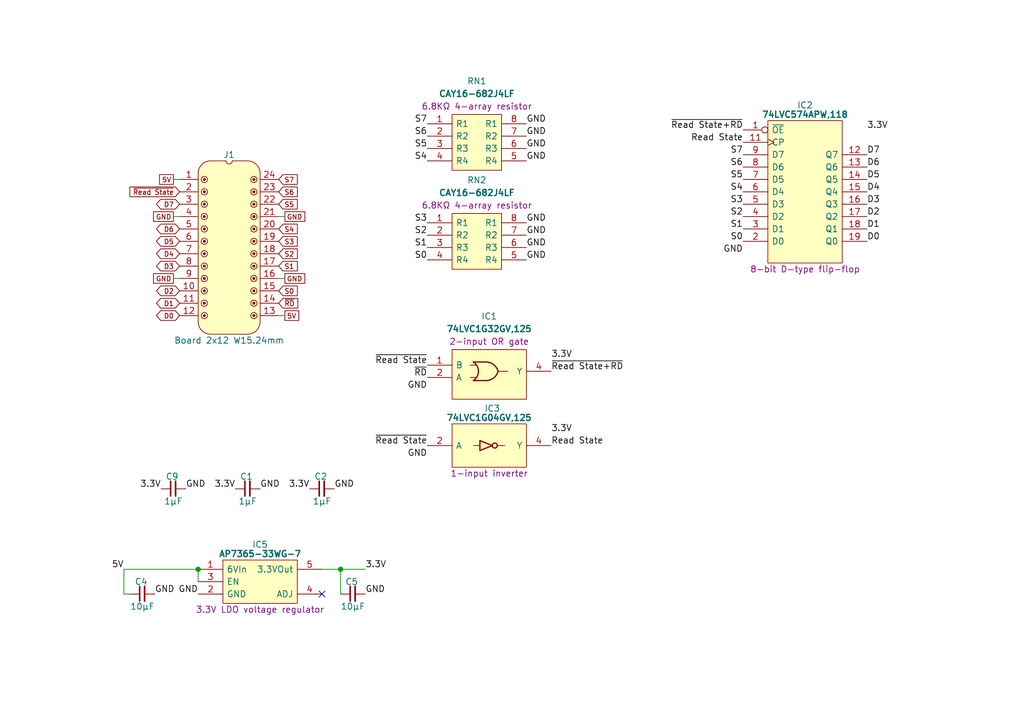
<source format=kicad_sch>
(kicad_sch
	(version 20250114)
	(generator "eeschema")
	(generator_version "9.0")
	(uuid "337b5f72-8be1-4121-9dc6-479b565482b2")
	(paper "A5")
	(title_block
		(title "HCP65 Board Presence")
		(date "2026-01-29")
		(rev "V0")
	)
	(lib_symbols
		(symbol "Bourns:CAY16-682J4LF"
			(pin_names
				(offset 0.762)
			)
			(exclude_from_sim no)
			(in_bom yes)
			(on_board yes)
			(property "Reference" "RN"
				(at 10.16 5.08 0)
				(effects
					(font
						(size 1.27 1.27)
					)
				)
			)
			(property "Value" "CAY16-682J4LF"
				(at 10.16 3.175 0)
				(effects
					(font
						(size 1.27 1.27)
						(bold yes)
					)
				)
			)
			(property "Footprint" "SamacSys_Parts:CAY16-J4"
				(at 20.32 -23.495 0)
				(effects
					(font
						(size 1.27 1.27)
					)
					(justify left)
					(hide yes)
				)
			)
			(property "Datasheet" "https://www.bourns.com/pdfs/CATCAY.pdf"
				(at 20.32 -26.035 0)
				(effects
					(font
						(size 1.27 1.27)
					)
					(justify left)
					(hide yes)
				)
			)
			(property "Description" "6.8KΩ 4-array resistor"
				(at 10.16 -10.795 0)
				(effects
					(font
						(size 1.27 1.27)
					)
				)
			)
			(property "Height" ""
				(at 24.13 -5.08 0)
				(effects
					(font
						(size 1.27 1.27)
					)
					(justify left)
					(hide yes)
				)
			)
			(property "Manufacturer_Name" "Bourns"
				(at 20.32 -28.575 0)
				(effects
					(font
						(size 1.27 1.27)
					)
					(justify left)
					(hide yes)
				)
			)
			(property "Silkscreen" "6.8KΩ"
				(at 10.16 -13.335 0)
				(effects
					(font
						(size 1.27 1.27)
					)
					(hide yes)
				)
			)
			(symbol "CAY16-682J4LF_0_0"
				(pin passive line
					(at 0 0 0)
					(length 5.08)
					(name "R1"
						(effects
							(font
								(size 1.27 1.27)
							)
						)
					)
					(number "1"
						(effects
							(font
								(size 1.27 1.27)
							)
						)
					)
				)
				(pin passive line
					(at 0 -2.54 0)
					(length 5.08)
					(name "R2"
						(effects
							(font
								(size 1.27 1.27)
							)
						)
					)
					(number "2"
						(effects
							(font
								(size 1.27 1.27)
							)
						)
					)
				)
				(pin passive line
					(at 0 -5.08 0)
					(length 5.08)
					(name "R3"
						(effects
							(font
								(size 1.27 1.27)
							)
						)
					)
					(number "3"
						(effects
							(font
								(size 1.27 1.27)
							)
						)
					)
				)
				(pin passive line
					(at 0 -7.62 0)
					(length 5.08)
					(name "R4"
						(effects
							(font
								(size 1.27 1.27)
							)
						)
					)
					(number "4"
						(effects
							(font
								(size 1.27 1.27)
							)
						)
					)
				)
				(pin passive line
					(at 20.32 0 180)
					(length 5.08)
					(name "R1"
						(effects
							(font
								(size 1.27 1.27)
							)
						)
					)
					(number "8"
						(effects
							(font
								(size 1.27 1.27)
							)
						)
					)
				)
				(pin passive line
					(at 20.32 -2.54 180)
					(length 5.08)
					(name "R2"
						(effects
							(font
								(size 1.27 1.27)
							)
						)
					)
					(number "7"
						(effects
							(font
								(size 1.27 1.27)
							)
						)
					)
				)
				(pin passive line
					(at 20.32 -5.08 180)
					(length 5.08)
					(name "R3"
						(effects
							(font
								(size 1.27 1.27)
							)
						)
					)
					(number "6"
						(effects
							(font
								(size 1.27 1.27)
							)
						)
					)
				)
				(pin passive line
					(at 20.32 -7.62 180)
					(length 5.08)
					(name "R4"
						(effects
							(font
								(size 1.27 1.27)
							)
						)
					)
					(number "5"
						(effects
							(font
								(size 1.27 1.27)
							)
						)
					)
				)
			)
			(symbol "CAY16-682J4LF_0_1"
				(polyline
					(pts
						(xy 5.08 1.905) (xy 15.24 1.905) (xy 15.24 -9.525) (xy 5.08 -9.525) (xy 5.08 1.905)
					)
					(stroke
						(width 0.1524)
						(type default)
					)
					(fill
						(type background)
					)
				)
			)
			(embedded_fonts no)
		)
		(symbol "Diodes_Inc:AP7365-33WG-7"
			(pin_names
				(offset 0.762)
			)
			(exclude_from_sim no)
			(in_bom yes)
			(on_board yes)
			(property "Reference" "IC"
				(at 12.7 5.08 0)
				(effects
					(font
						(size 1.27 1.27)
					)
				)
			)
			(property "Value" "AP7365-33WG-7"
				(at 12.7 3.175 0)
				(effects
					(font
						(size 1.27 1.27)
						(bold yes)
					)
				)
			)
			(property "Footprint" "SamacSys_Parts:SOT95P285X130-5N"
				(at 21.59 -14.605 0)
				(effects
					(font
						(size 1.27 1.27)
					)
					(justify left)
					(hide yes)
				)
			)
			(property "Datasheet" "https://componentsearchengine.com/Datasheets/1/AP7365-33WG-7.pdf"
				(at 21.59 -17.145 0)
				(effects
					(font
						(size 1.27 1.27)
					)
					(justify left)
					(hide yes)
				)
			)
			(property "Description" "3.3V LDO voltage regulator"
				(at 12.7 -8.255 0)
				(effects
					(font
						(size 1.27 1.27)
					)
				)
			)
			(property "Height" "1.3"
				(at 21.59 -19.685 0)
				(effects
					(font
						(size 1.27 1.27)
					)
					(justify left)
					(hide yes)
				)
			)
			(property "Manufacturer_Name" "Diodes Inc."
				(at 21.59 -22.225 0)
				(effects
					(font
						(size 1.27 1.27)
					)
					(justify left)
					(hide yes)
				)
			)
			(property "Manufacturer_Part_Number" "AP7365-33WG-7"
				(at 21.59 -24.765 0)
				(effects
					(font
						(size 1.27 1.27)
					)
					(justify left)
					(hide yes)
				)
			)
			(property "Mouser Part Number" "621-AP7365-33WG-7"
				(at 21.59 -27.305 0)
				(effects
					(font
						(size 1.27 1.27)
					)
					(justify left)
					(hide yes)
				)
			)
			(property "Mouser Price/Stock" "https://www.mouser.co.uk/ProductDetail/Diodes-Incorporated/AP7365-33WG-7?qs=abZ1nkZpTuOZFvxvoFPL0w%3D%3D"
				(at 21.59 -29.845 0)
				(effects
					(font
						(size 1.27 1.27)
					)
					(justify left)
					(hide yes)
				)
			)
			(property "Arrow Part Number" "AP7365-33WG-7"
				(at 21.59 -32.385 0)
				(effects
					(font
						(size 1.27 1.27)
					)
					(justify left)
					(hide yes)
				)
			)
			(property "Arrow Price/Stock" "https://www.arrow.com/en/products/ap7365-33wg-7/diodes-incorporated?region=nac"
				(at 21.59 -34.925 0)
				(effects
					(font
						(size 1.27 1.27)
					)
					(justify left)
					(hide yes)
				)
			)
			(property "Silkscreen" "AP7365"
				(at 21.59 -12.065 0)
				(effects
					(font
						(size 1.27 1.27)
					)
					(justify left)
					(hide yes)
				)
			)
			(symbol "AP7365-33WG-7_0_0"
				(pin input line
					(at 0 -2.54 0)
					(length 5.08)
					(name "EN"
						(effects
							(font
								(size 1.27 1.27)
							)
						)
					)
					(number "3"
						(effects
							(font
								(size 1.27 1.27)
							)
						)
					)
				)
				(pin passive line
					(at 0 -5.08 0)
					(length 5.08)
					(name "GND"
						(effects
							(font
								(size 1.27 1.27)
							)
						)
					)
					(number "2"
						(effects
							(font
								(size 1.27 1.27)
							)
						)
					)
				)
				(pin passive line
					(at 25.4 -5.08 180)
					(length 5.08)
					(name "ADJ"
						(effects
							(font
								(size 1.27 1.27)
							)
						)
					)
					(number "4"
						(effects
							(font
								(size 1.27 1.27)
							)
						)
					)
				)
			)
			(symbol "AP7365-33WG-7_0_1"
				(polyline
					(pts
						(xy 5.08 1.905) (xy 20.32 1.905) (xy 20.32 -6.985) (xy 5.08 -6.985) (xy 5.08 1.905)
					)
					(stroke
						(width 0)
						(type default)
					)
					(fill
						(type background)
					)
				)
			)
			(symbol "AP7365-33WG-7_1_0"
				(pin passive line
					(at 0 0 0)
					(length 5.08)
					(name "6VIn"
						(effects
							(font
								(size 1.27 1.27)
							)
						)
					)
					(number "1"
						(effects
							(font
								(size 1.27 1.27)
							)
						)
					)
				)
				(pin passive line
					(at 25.4 0 180)
					(length 5.08)
					(name "3.3VOut"
						(effects
							(font
								(size 1.27 1.27)
							)
						)
					)
					(number "5"
						(effects
							(font
								(size 1.27 1.27)
							)
						)
					)
				)
			)
			(embedded_fonts no)
		)
		(symbol "HCP65:Board_02x12_W15.24mm"
			(pin_names
				(offset 1.016)
				(hide yes)
			)
			(exclude_from_sim no)
			(in_bom yes)
			(on_board yes)
			(property "Reference" "J"
				(at 0 5.08 0)
				(effects
					(font
						(size 1.27 1.27)
					)
				)
			)
			(property "Value" "Board 2x12 W15.24mm"
				(at 0 -33.02 0)
				(effects
					(font
						(size 1.27 1.27)
					)
				)
			)
			(property "Footprint" "SamacSys_Parts:DIP-24_Board_W15.24mm"
				(at 0 -35.56 0)
				(effects
					(font
						(size 1.27 1.27)
					)
					(hide yes)
				)
			)
			(property "Datasheet" ""
				(at 0 -45.72 0)
				(effects
					(font
						(size 1.27 1.27)
					)
					(hide yes)
				)
			)
			(property "Description" ""
				(at 0 -17.78 0)
				(effects
					(font
						(size 1.27 1.27)
					)
					(hide yes)
				)
			)
			(property "ki_keywords" "HCP65 Connector Board"
				(at 0 0 0)
				(effects
					(font
						(size 1.27 1.27)
					)
					(hide yes)
				)
			)
			(property "ki_fp_filters" "Connector*:*_2x??_*"
				(at 0 0 0)
				(effects
					(font
						(size 1.27 1.27)
					)
					(hide yes)
				)
			)
			(symbol "Board_02x12_W15.24mm_0_1"
				(polyline
					(pts
						(xy -6.35 1.27) (xy -6.35 -29.21)
					)
					(stroke
						(width 0)
						(type default)
					)
					(fill
						(type none)
					)
				)
				(arc
					(start -3.8102 -31.7498)
					(mid -5.6063 -31.0059)
					(end -6.3502 -29.2098)
					(stroke
						(width 0)
						(type default)
					)
					(fill
						(type none)
					)
				)
				(arc
					(start -6.35 1.27)
					(mid -5.6061 3.0661)
					(end -3.81 3.81)
					(stroke
						(width 0)
						(type default)
					)
					(fill
						(type none)
					)
				)
				(polyline
					(pts
						(xy -3.81 3.81) (xy -0.635 3.81)
					)
					(stroke
						(width 0)
						(type default)
					)
					(fill
						(type none)
					)
				)
				(arc
					(start 0.635 3.81)
					(mid 0 3.175)
					(end -0.635 3.81)
					(stroke
						(width 0)
						(type default)
					)
					(fill
						(type none)
					)
				)
				(polyline
					(pts
						(xy 0.635 3.81) (xy 3.81 3.81)
					)
					(stroke
						(width 0)
						(type default)
					)
					(fill
						(type none)
					)
				)
				(polyline
					(pts
						(xy 3.8098 -31.7498) (xy -3.81 -31.75)
					)
					(stroke
						(width 0)
						(type default)
					)
					(fill
						(type none)
					)
				)
				(arc
					(start 3.81 3.81)
					(mid 5.6061 3.0661)
					(end 6.35 1.27)
					(stroke
						(width 0)
						(type default)
					)
					(fill
						(type none)
					)
				)
				(arc
					(start 6.3498 -29.2098)
					(mid 5.6059 -31.0059)
					(end 3.8098 -31.7498)
					(stroke
						(width 0)
						(type default)
					)
					(fill
						(type none)
					)
				)
				(polyline
					(pts
						(xy 6.35 -29.21) (xy 6.35 1.27)
					)
					(stroke
						(width 0)
						(type default)
					)
					(fill
						(type none)
					)
				)
			)
			(symbol "Board_02x12_W15.24mm_1_1"
				(polyline
					(pts
						(xy -6.35 1.27) (xy -6.096 2.286) (xy -5.588 3.048) (xy -4.826 3.556) (xy -4.064 3.81) (xy -0.762 3.81)
						(xy -0.508 3.302) (xy 0 3.048) (xy 0 -31.75) (xy -3.81 -31.75) (xy -4.826 -31.496) (xy -5.588 -30.988)
						(xy -6.096 -30.226) (xy -6.35 -29.464) (xy -6.35 1.27)
					)
					(stroke
						(width -0.0001)
						(type solid)
					)
					(fill
						(type background)
					)
				)
				(circle
					(center -5.08 0)
					(radius 0.0001)
					(stroke
						(width 0.3)
						(type solid)
					)
					(fill
						(type none)
					)
				)
				(circle
					(center -5.08 0)
					(radius 0.635)
					(stroke
						(width 0)
						(type solid)
					)
					(fill
						(type color)
						(color 255 255 255 1)
					)
				)
				(circle
					(center -5.08 -2.54)
					(radius 0.0001)
					(stroke
						(width 0.3)
						(type solid)
					)
					(fill
						(type none)
					)
				)
				(circle
					(center -5.08 -2.54)
					(radius 0.635)
					(stroke
						(width 0)
						(type solid)
					)
					(fill
						(type color)
						(color 255 255 255 1)
					)
				)
				(circle
					(center -5.08 -5.08)
					(radius 0.0001)
					(stroke
						(width 0.3)
						(type solid)
					)
					(fill
						(type none)
					)
				)
				(circle
					(center -5.08 -5.08)
					(radius 0.635)
					(stroke
						(width 0)
						(type solid)
					)
					(fill
						(type color)
						(color 255 255 255 1)
					)
				)
				(circle
					(center -5.08 -7.62)
					(radius 0.0001)
					(stroke
						(width 0.3)
						(type solid)
					)
					(fill
						(type none)
					)
				)
				(circle
					(center -5.08 -7.62)
					(radius 0.635)
					(stroke
						(width 0)
						(type solid)
					)
					(fill
						(type color)
						(color 255 255 255 1)
					)
				)
				(circle
					(center -5.08 -10.16)
					(radius 0.0001)
					(stroke
						(width 0.3)
						(type solid)
					)
					(fill
						(type none)
					)
				)
				(circle
					(center -5.08 -10.16)
					(radius 0.635)
					(stroke
						(width 0)
						(type solid)
					)
					(fill
						(type color)
						(color 255 255 255 1)
					)
				)
				(circle
					(center -5.08 -12.7)
					(radius 0.0001)
					(stroke
						(width 0.3)
						(type solid)
					)
					(fill
						(type none)
					)
				)
				(circle
					(center -5.08 -12.7)
					(radius 0.635)
					(stroke
						(width 0)
						(type solid)
					)
					(fill
						(type color)
						(color 255 255 255 1)
					)
				)
				(circle
					(center -5.08 -15.24)
					(radius 0.0001)
					(stroke
						(width 0.3)
						(type solid)
					)
					(fill
						(type none)
					)
				)
				(circle
					(center -5.08 -15.24)
					(radius 0.635)
					(stroke
						(width 0)
						(type solid)
					)
					(fill
						(type color)
						(color 255 255 255 1)
					)
				)
				(circle
					(center -5.08 -17.78)
					(radius 0.0001)
					(stroke
						(width 0.3)
						(type solid)
					)
					(fill
						(type none)
					)
				)
				(circle
					(center -5.08 -17.78)
					(radius 0.635)
					(stroke
						(width 0)
						(type solid)
					)
					(fill
						(type color)
						(color 255 255 255 1)
					)
				)
				(circle
					(center -5.08 -20.32)
					(radius 0.0001)
					(stroke
						(width 0.3)
						(type solid)
					)
					(fill
						(type none)
					)
				)
				(circle
					(center -5.08 -20.32)
					(radius 0.635)
					(stroke
						(width 0)
						(type solid)
					)
					(fill
						(type color)
						(color 255 255 255 1)
					)
				)
				(circle
					(center -5.08 -22.86)
					(radius 0.0001)
					(stroke
						(width 0.3)
						(type solid)
					)
					(fill
						(type none)
					)
				)
				(circle
					(center -5.08 -22.86)
					(radius 0.635)
					(stroke
						(width 0)
						(type solid)
					)
					(fill
						(type color)
						(color 255 255 255 1)
					)
				)
				(circle
					(center -5.08 -25.4)
					(radius 0.0001)
					(stroke
						(width 0.3)
						(type solid)
					)
					(fill
						(type none)
					)
				)
				(circle
					(center -5.08 -25.4)
					(radius 0.635)
					(stroke
						(width 0)
						(type solid)
					)
					(fill
						(type color)
						(color 255 255 255 1)
					)
				)
				(circle
					(center -5.08 -27.94)
					(radius 0.0001)
					(stroke
						(width 0.3)
						(type solid)
					)
					(fill
						(type none)
					)
				)
				(circle
					(center -5.08 -27.94)
					(radius 0.635)
					(stroke
						(width 0)
						(type solid)
					)
					(fill
						(type color)
						(color 255 255 255 1)
					)
				)
				(circle
					(center 5.08 0)
					(radius 0.0001)
					(stroke
						(width 0.3)
						(type solid)
					)
					(fill
						(type none)
					)
				)
				(circle
					(center 5.08 0)
					(radius 0.635)
					(stroke
						(width 0)
						(type solid)
					)
					(fill
						(type color)
						(color 255 255 255 1)
					)
				)
				(circle
					(center 5.08 -2.54)
					(radius 0.0001)
					(stroke
						(width 0.3)
						(type solid)
					)
					(fill
						(type none)
					)
				)
				(circle
					(center 5.08 -2.54)
					(radius 0.635)
					(stroke
						(width 0)
						(type solid)
					)
					(fill
						(type color)
						(color 255 255 255 1)
					)
				)
				(circle
					(center 5.08 -5.08)
					(radius 0.0001)
					(stroke
						(width 0.3)
						(type solid)
					)
					(fill
						(type none)
					)
				)
				(circle
					(center 5.08 -5.08)
					(radius 0.635)
					(stroke
						(width 0)
						(type solid)
					)
					(fill
						(type color)
						(color 255 255 255 1)
					)
				)
				(circle
					(center 5.08 -7.62)
					(radius 0.0001)
					(stroke
						(width 0.3)
						(type solid)
					)
					(fill
						(type none)
					)
				)
				(circle
					(center 5.08 -7.62)
					(radius 0.635)
					(stroke
						(width 0)
						(type solid)
					)
					(fill
						(type color)
						(color 255 255 255 1)
					)
				)
				(circle
					(center 5.08 -10.16)
					(radius 0.0001)
					(stroke
						(width 0.3)
						(type solid)
					)
					(fill
						(type none)
					)
				)
				(circle
					(center 5.08 -10.16)
					(radius 0.635)
					(stroke
						(width 0)
						(type solid)
					)
					(fill
						(type color)
						(color 255 255 255 1)
					)
				)
				(circle
					(center 5.08 -12.7)
					(radius 0.0001)
					(stroke
						(width 0.3)
						(type solid)
					)
					(fill
						(type none)
					)
				)
				(circle
					(center 5.08 -12.7)
					(radius 0.635)
					(stroke
						(width 0)
						(type solid)
					)
					(fill
						(type color)
						(color 255 255 255 1)
					)
				)
				(circle
					(center 5.08 -15.24)
					(radius 0.0001)
					(stroke
						(width 0.3)
						(type solid)
					)
					(fill
						(type none)
					)
				)
				(circle
					(center 5.08 -15.24)
					(radius 0.635)
					(stroke
						(width 0)
						(type solid)
					)
					(fill
						(type color)
						(color 255 255 255 1)
					)
				)
				(circle
					(center 5.08 -17.78)
					(radius 0.0001)
					(stroke
						(width 0.3)
						(type solid)
					)
					(fill
						(type none)
					)
				)
				(circle
					(center 5.08 -17.78)
					(radius 0.635)
					(stroke
						(width 0)
						(type solid)
					)
					(fill
						(type color)
						(color 255 255 255 1)
					)
				)
				(circle
					(center 5.08 -20.32)
					(radius 0.0001)
					(stroke
						(width 0.3)
						(type solid)
					)
					(fill
						(type none)
					)
				)
				(circle
					(center 5.08 -20.32)
					(radius 0.635)
					(stroke
						(width 0)
						(type solid)
					)
					(fill
						(type color)
						(color 255 255 255 1)
					)
				)
				(circle
					(center 5.08 -22.86)
					(radius 0.0001)
					(stroke
						(width 0.3)
						(type solid)
					)
					(fill
						(type none)
					)
				)
				(circle
					(center 5.08 -22.86)
					(radius 0.635)
					(stroke
						(width 0)
						(type solid)
					)
					(fill
						(type color)
						(color 255 255 255 1)
					)
				)
				(circle
					(center 5.08 -25.4)
					(radius 0.0001)
					(stroke
						(width 0.3)
						(type solid)
					)
					(fill
						(type none)
					)
				)
				(circle
					(center 5.08 -25.4)
					(radius 0.635)
					(stroke
						(width 0)
						(type solid)
					)
					(fill
						(type color)
						(color 255 255 255 1)
					)
				)
				(circle
					(center 5.08 -27.94)
					(radius 0.0001)
					(stroke
						(width 0.3)
						(type solid)
					)
					(fill
						(type none)
					)
				)
				(circle
					(center 5.08 -27.94)
					(radius 0.635)
					(stroke
						(width 0)
						(type solid)
					)
					(fill
						(type color)
						(color 255 255 255 1)
					)
				)
				(polyline
					(pts
						(xy 6.35 1.27) (xy 6.096 2.286) (xy 5.588 3.048) (xy 4.826 3.556) (xy 4.064 3.81) (xy 0.762 3.81)
						(xy 0.508 3.302) (xy 0 3.048) (xy 0 -31.75) (xy 3.81 -31.75) (xy 4.826 -31.496) (xy 5.588 -30.988)
						(xy 6.096 -30.226) (xy 6.35 -29.464) (xy 6.35 1.27)
					)
					(stroke
						(width -0.0001)
						(type solid)
					)
					(fill
						(type background)
					)
				)
				(pin passive line
					(at -10.16 0 0)
					(length 3.81)
					(name ""
						(effects
							(font
								(size 1.27 1.27)
							)
						)
					)
					(number "1"
						(effects
							(font
								(size 1.27 1.27)
							)
						)
					)
				)
				(pin passive line
					(at -10.16 -2.54 0)
					(length 3.81)
					(name ""
						(effects
							(font
								(size 1.27 1.27)
							)
						)
					)
					(number "2"
						(effects
							(font
								(size 1.27 1.27)
							)
						)
					)
				)
				(pin passive line
					(at -10.16 -5.08 0)
					(length 3.81)
					(name ""
						(effects
							(font
								(size 1.27 1.27)
							)
						)
					)
					(number "3"
						(effects
							(font
								(size 1.27 1.27)
							)
						)
					)
				)
				(pin passive line
					(at -10.16 -7.62 0)
					(length 3.81)
					(name ""
						(effects
							(font
								(size 1.27 1.27)
							)
						)
					)
					(number "4"
						(effects
							(font
								(size 1.27 1.27)
							)
						)
					)
				)
				(pin passive line
					(at -10.16 -10.16 0)
					(length 3.81)
					(name ""
						(effects
							(font
								(size 1.27 1.27)
							)
						)
					)
					(number "5"
						(effects
							(font
								(size 1.27 1.27)
							)
						)
					)
				)
				(pin passive line
					(at -10.16 -12.7 0)
					(length 3.81)
					(name ""
						(effects
							(font
								(size 1.27 1.27)
							)
						)
					)
					(number "6"
						(effects
							(font
								(size 1.27 1.27)
							)
						)
					)
				)
				(pin passive line
					(at -10.16 -15.24 0)
					(length 3.81)
					(name ""
						(effects
							(font
								(size 1.27 1.27)
							)
						)
					)
					(number "7"
						(effects
							(font
								(size 1.27 1.27)
							)
						)
					)
				)
				(pin passive line
					(at -10.16 -17.78 0)
					(length 3.81)
					(name ""
						(effects
							(font
								(size 1.27 1.27)
							)
						)
					)
					(number "8"
						(effects
							(font
								(size 1.27 1.27)
							)
						)
					)
				)
				(pin passive line
					(at -10.16 -20.32 0)
					(length 3.81)
					(name ""
						(effects
							(font
								(size 1.27 1.27)
							)
						)
					)
					(number "9"
						(effects
							(font
								(size 1.27 1.27)
							)
						)
					)
				)
				(pin passive line
					(at -10.16 -22.86 0)
					(length 3.81)
					(name ""
						(effects
							(font
								(size 1.27 1.27)
							)
						)
					)
					(number "10"
						(effects
							(font
								(size 1.27 1.27)
							)
						)
					)
				)
				(pin passive line
					(at -10.16 -25.4 0)
					(length 3.81)
					(name ""
						(effects
							(font
								(size 1.27 1.27)
							)
						)
					)
					(number "11"
						(effects
							(font
								(size 1.27 1.27)
							)
						)
					)
				)
				(pin passive line
					(at -10.16 -27.94 0)
					(length 3.81)
					(name ""
						(effects
							(font
								(size 1.27 1.27)
							)
						)
					)
					(number "12"
						(effects
							(font
								(size 1.27 1.27)
							)
						)
					)
				)
				(pin passive line
					(at 10.16 0 180)
					(length 3.81)
					(name ""
						(effects
							(font
								(size 1.27 1.27)
							)
						)
					)
					(number "24"
						(effects
							(font
								(size 1.27 1.27)
							)
						)
					)
				)
				(pin passive line
					(at 10.16 -2.54 180)
					(length 3.81)
					(name ""
						(effects
							(font
								(size 1.27 1.27)
							)
						)
					)
					(number "23"
						(effects
							(font
								(size 1.27 1.27)
							)
						)
					)
				)
				(pin passive line
					(at 10.16 -5.08 180)
					(length 3.81)
					(name ""
						(effects
							(font
								(size 1.27 1.27)
							)
						)
					)
					(number "22"
						(effects
							(font
								(size 1.27 1.27)
							)
						)
					)
				)
				(pin passive line
					(at 10.16 -7.62 180)
					(length 3.81)
					(name ""
						(effects
							(font
								(size 1.27 1.27)
							)
						)
					)
					(number "21"
						(effects
							(font
								(size 1.27 1.27)
							)
						)
					)
				)
				(pin passive line
					(at 10.16 -10.16 180)
					(length 3.81)
					(name ""
						(effects
							(font
								(size 1.27 1.27)
							)
						)
					)
					(number "20"
						(effects
							(font
								(size 1.27 1.27)
							)
						)
					)
				)
				(pin passive line
					(at 10.16 -12.7 180)
					(length 3.81)
					(name ""
						(effects
							(font
								(size 1.27 1.27)
							)
						)
					)
					(number "19"
						(effects
							(font
								(size 1.27 1.27)
							)
						)
					)
				)
				(pin passive line
					(at 10.16 -15.24 180)
					(length 3.81)
					(name ""
						(effects
							(font
								(size 1.27 1.27)
							)
						)
					)
					(number "18"
						(effects
							(font
								(size 1.27 1.27)
							)
						)
					)
				)
				(pin passive line
					(at 10.16 -17.78 180)
					(length 3.81)
					(name ""
						(effects
							(font
								(size 1.27 1.27)
							)
						)
					)
					(number "17"
						(effects
							(font
								(size 1.27 1.27)
							)
						)
					)
				)
				(pin passive line
					(at 10.16 -20.32 180)
					(length 3.81)
					(name ""
						(effects
							(font
								(size 1.27 1.27)
							)
						)
					)
					(number "16"
						(effects
							(font
								(size 1.27 1.27)
							)
						)
					)
				)
				(pin passive line
					(at 10.16 -22.86 180)
					(length 3.81)
					(name ""
						(effects
							(font
								(size 1.27 1.27)
							)
						)
					)
					(number "15"
						(effects
							(font
								(size 1.27 1.27)
							)
						)
					)
				)
				(pin passive line
					(at 10.16 -25.4 180)
					(length 3.81)
					(name ""
						(effects
							(font
								(size 1.27 1.27)
							)
						)
					)
					(number "14"
						(effects
							(font
								(size 1.27 1.27)
							)
						)
					)
				)
				(pin passive line
					(at 10.16 -27.94 180)
					(length 3.81)
					(name ""
						(effects
							(font
								(size 1.27 1.27)
							)
						)
					)
					(number "13"
						(effects
							(font
								(size 1.27 1.27)
							)
						)
					)
				)
			)
			(embedded_fonts no)
		)
		(symbol "HCP65:C_0805"
			(pin_numbers
				(hide yes)
			)
			(pin_names
				(offset 0.254)
				(hide yes)
			)
			(exclude_from_sim no)
			(in_bom yes)
			(on_board yes)
			(property "Reference" "C"
				(at 2.286 2.54 0)
				(effects
					(font
						(size 1.27 1.27)
					)
				)
			)
			(property "Value" "?μF"
				(at 2.54 -2.54 0)
				(effects
					(font
						(size 1.27 1.27)
					)
				)
			)
			(property "Footprint" "SamacSys_Parts:C_0805"
				(at 16.764 -7.62 0)
				(effects
					(font
						(size 1.27 1.27)
					)
					(hide yes)
				)
			)
			(property "Datasheet" ""
				(at 2.2225 0.3175 90)
				(effects
					(font
						(size 1.27 1.27)
					)
					(hide yes)
				)
			)
			(property "Description" ""
				(at 0 0 0)
				(effects
					(font
						(size 1.27 1.27)
					)
					(hide yes)
				)
			)
			(property "ki_keywords" "capacitor cap"
				(at 0 0 0)
				(effects
					(font
						(size 1.27 1.27)
					)
					(hide yes)
				)
			)
			(property "ki_fp_filters" "C_*"
				(at 0 0 0)
				(effects
					(font
						(size 1.27 1.27)
					)
					(hide yes)
				)
			)
			(symbol "C_0805_0_1"
				(polyline
					(pts
						(xy 1.9685 -1.4605) (xy 1.9685 1.5875)
					)
					(stroke
						(width 0.3048)
						(type default)
					)
					(fill
						(type none)
					)
				)
				(polyline
					(pts
						(xy 2.9845 -1.4605) (xy 2.9845 1.5875)
					)
					(stroke
						(width 0.3302)
						(type default)
					)
					(fill
						(type none)
					)
				)
			)
			(symbol "C_0805_1_1"
				(pin passive line
					(at 0 0 0)
					(length 2.032)
					(name "~"
						(effects
							(font
								(size 1.27 1.27)
							)
						)
					)
					(number "1"
						(effects
							(font
								(size 1.27 1.27)
							)
						)
					)
				)
				(pin passive line
					(at 5.08 0 180)
					(length 2.032)
					(name "~"
						(effects
							(font
								(size 1.27 1.27)
							)
						)
					)
					(number "2"
						(effects
							(font
								(size 1.27 1.27)
							)
						)
					)
				)
			)
			(embedded_fonts no)
		)
		(symbol "Nexperia:74LVC1G04GV,125"
			(pin_names
				(offset 0.762)
			)
			(exclude_from_sim no)
			(in_bom yes)
			(on_board yes)
			(property "Reference" "IC"
				(at 13.335 5.08 0)
				(effects
					(font
						(size 1.27 1.27)
					)
				)
			)
			(property "Value" "74LVC1G04GV,125"
				(at 12.7 3.175 0)
				(effects
					(font
						(size 1.27 1.27)
						(bold yes)
					)
				)
			)
			(property "Footprint" "SamacSys_Parts:SOT95P275X110-5N"
				(at 26.035 -22.86 0)
				(effects
					(font
						(size 1.27 1.27)
					)
					(justify left)
					(hide yes)
				)
			)
			(property "Datasheet" "https://assets.nexperia.com/documents/data-sheet/74LVC1G04.pdf"
				(at 26.035 -25.4 0)
				(effects
					(font
						(size 1.27 1.27)
					)
					(justify left)
					(hide yes)
				)
			)
			(property "Description" "1-input inverter"
				(at 12.7 -8.255 0)
				(effects
					(font
						(size 1.27 1.27)
					)
				)
			)
			(property "Height" "1.1"
				(at 26.035 -30.48 0)
				(effects
					(font
						(size 1.27 1.27)
					)
					(justify left)
					(hide yes)
				)
			)
			(property "Manufacturer_Name" "Nexperia"
				(at 26.035 -33.02 0)
				(effects
					(font
						(size 1.27 1.27)
					)
					(justify left)
					(hide yes)
				)
			)
			(property "Manufacturer_Part_Number" "74LVC1G04GV,125"
				(at 26.035 -35.56 0)
				(effects
					(font
						(size 1.27 1.27)
					)
					(justify left)
					(hide yes)
				)
			)
			(property "Mouser Part Number" "771-74LVC1G04GV"
				(at 26.035 -38.1 0)
				(effects
					(font
						(size 1.27 1.27)
					)
					(justify left)
					(hide yes)
				)
			)
			(property "Mouser Price/Stock" "https://www.mouser.co.uk/ProductDetail/Nexperia/74LVC1G04GV125?qs=me8TqzrmIYW6McwMAxl%2F9w%3D%3D"
				(at 26.035 -40.64 0)
				(effects
					(font
						(size 1.27 1.27)
					)
					(justify left)
					(hide yes)
				)
			)
			(property "Silkscreen" "'1G04"
				(at 13.335 -10.795 0)
				(effects
					(font
						(size 1.27 1.27)
					)
					(hide yes)
				)
			)
			(symbol "74LVC1G04GV,125_0_0"
				(pin input line
					(at 0 -2.54 0)
					(length 5.08)
					(name "A"
						(effects
							(font
								(size 1.27 1.27)
							)
						)
					)
					(number "2"
						(effects
							(font
								(size 1.27 1.27)
							)
						)
					)
				)
				(pin passive line
					(at 0 -5.08 0)
					(length 5.08)
					(hide yes)
					(name "GND"
						(effects
							(font
								(size 1.27 1.27)
							)
						)
					)
					(number "3"
						(effects
							(font
								(size 1.27 1.27)
							)
						)
					)
				)
				(pin passive line
					(at 25.4 0 180)
					(length 5.08)
					(hide yes)
					(name "3V"
						(effects
							(font
								(size 1.27 1.27)
							)
						)
					)
					(number "5"
						(effects
							(font
								(size 1.27 1.27)
							)
						)
					)
				)
				(pin output line
					(at 25.4 -2.54 180)
					(length 5.08)
					(name "Y"
						(effects
							(font
								(size 1.27 1.27)
							)
						)
					)
					(number "4"
						(effects
							(font
								(size 1.27 1.27)
							)
						)
					)
				)
			)
			(symbol "74LVC1G04GV,125_0_1"
				(polyline
					(pts
						(xy 5.08 1.905) (xy 20.32 1.905) (xy 20.32 -6.985) (xy 5.08 -6.985) (xy 5.08 1.905)
					)
					(stroke
						(width 0.1524)
						(type default)
					)
					(fill
						(type background)
					)
				)
				(polyline
					(pts
						(xy 9.525 -2.54) (xy 10.7949 -2.54)
					)
					(stroke
						(width 0)
						(type default)
					)
					(fill
						(type none)
					)
				)
				(rectangle
					(start 10.795 -1.524)
					(end 10.795 -3.556)
					(stroke
						(width 0.254)
						(type default)
					)
					(fill
						(type background)
					)
				)
				(polyline
					(pts
						(xy 10.795 -3.556) (xy 13.335 -2.54) (xy 10.795 -1.524)
					)
					(stroke
						(width 0.254)
						(type default)
					)
					(fill
						(type none)
					)
				)
				(circle
					(center 13.843 -2.54)
					(radius 0.508)
					(stroke
						(width 0.254)
						(type default)
					)
					(fill
						(type none)
					)
				)
				(polyline
					(pts
						(xy 14.351 -2.54) (xy 15.875 -2.54)
					)
					(stroke
						(width 0)
						(type default)
					)
					(fill
						(type none)
					)
				)
			)
			(symbol "74LVC1G04GV,125_1_0"
				(pin no_connect line
					(at 25.4 -5.08 180)
					(length 5.08)
					(hide yes)
					(name "N.C."
						(effects
							(font
								(size 1.27 1.27)
							)
						)
					)
					(number "1"
						(effects
							(font
								(size 1.27 1.27)
							)
						)
					)
				)
			)
			(embedded_fonts no)
		)
		(symbol "Nexperia:74LVC1G32GV,125"
			(pin_names
				(offset 0.762)
			)
			(exclude_from_sim no)
			(in_bom yes)
			(on_board yes)
			(property "Reference" "IC"
				(at 12.7 6.35 0)
				(effects
					(font
						(size 1.27 1.27)
					)
				)
			)
			(property "Value" "74LVC1G32GV,125"
				(at 12.7 4.445 0)
				(effects
					(font
						(size 1.27 1.27)
						(bold yes)
					)
				)
			)
			(property "Footprint" "SamacSys_Parts:SOT95P275X110-5N"
				(at 22.225 -10.795 0)
				(effects
					(font
						(size 1.27 1.27)
					)
					(justify left)
					(hide yes)
				)
			)
			(property "Datasheet" "https://assets.nexperia.com/documents/data-sheet/74LVC1G32.pdf"
				(at 22.225 -13.335 0)
				(effects
					(font
						(size 1.27 1.27)
					)
					(justify left)
					(hide yes)
				)
			)
			(property "Description" "2-input OR gate"
				(at 12.7 -8.255 0)
				(effects
					(font
						(size 1.27 1.27)
					)
				)
			)
			(property "Height" "1.1"
				(at 22.225 -18.415 0)
				(effects
					(font
						(size 1.27 1.27)
					)
					(justify left)
					(hide yes)
				)
			)
			(property "Manufacturer_Name" "Nexperia"
				(at 22.225 -20.955 0)
				(effects
					(font
						(size 1.27 1.27)
					)
					(justify left)
					(hide yes)
				)
			)
			(property "Manufacturer_Part_Number" "74LVC1G32GV,125"
				(at 22.225 -23.495 0)
				(effects
					(font
						(size 1.27 1.27)
					)
					(justify left)
					(hide yes)
				)
			)
			(property "Mouser Part Number" "771-LVC1G32GV125"
				(at 22.225 -26.035 0)
				(effects
					(font
						(size 1.27 1.27)
					)
					(justify left)
					(hide yes)
				)
			)
			(property "Mouser Price/Stock" "https://www.mouser.co.uk/ProductDetail/Nexperia/74LVC1G32GV125?qs=me8TqzrmIYXExQH4V9SARg%3D%3D"
				(at 22.225 -28.575 0)
				(effects
					(font
						(size 1.27 1.27)
					)
					(justify left)
					(hide yes)
				)
			)
			(property "Silkscreen" "'1G32"
				(at 12.7 -10.795 0)
				(effects
					(font
						(size 1.27 1.27)
					)
					(hide yes)
				)
			)
			(property "Garbage" "NEXPERIA - 74LVC1G32GV,125 - OR GATE, SINGLE, 2 I/P, SC-74A-5"
				(at 0 0 0)
				(effects
					(font
						(size 1.27 1.27)
					)
					(hide yes)
				)
			)
			(symbol "74LVC1G32GV,125_0_0"
				(pin input line
					(at 0 0 0)
					(length 5.08)
					(name "B"
						(effects
							(font
								(size 1.27 1.27)
							)
						)
					)
					(number "1"
						(effects
							(font
								(size 1.27 1.27)
							)
						)
					)
				)
				(pin input line
					(at 0 -2.54 0)
					(length 5.08)
					(name "A"
						(effects
							(font
								(size 1.27 1.27)
							)
						)
					)
					(number "2"
						(effects
							(font
								(size 1.27 1.27)
							)
						)
					)
				)
				(pin passive line
					(at 0 -5.08 0)
					(length 5.08)
					(hide yes)
					(name "GND"
						(effects
							(font
								(size 1.27 1.27)
							)
						)
					)
					(number "3"
						(effects
							(font
								(size 1.27 1.27)
							)
						)
					)
				)
				(pin passive line
					(at 25.4 1.27 180)
					(length 5.08)
					(hide yes)
					(name "3V"
						(effects
							(font
								(size 1.27 1.27)
							)
						)
					)
					(number "5"
						(effects
							(font
								(size 1.27 1.27)
							)
						)
					)
				)
				(pin output line
					(at 25.4 -1.27 180)
					(length 5.08)
					(name "Y"
						(effects
							(font
								(size 1.27 1.27)
							)
						)
					)
					(number "4"
						(effects
							(font
								(size 1.27 1.27)
							)
						)
					)
				)
			)
			(symbol "74LVC1G32GV,125_0_1"
				(polyline
					(pts
						(xy 5.08 3.175) (xy 20.32 3.175) (xy 20.32 -6.985) (xy 5.08 -6.985) (xy 5.08 3.175)
					)
					(stroke
						(width 0.1524)
						(type default)
					)
					(fill
						(type background)
					)
				)
				(arc
					(start 9.437 0.635)
					(mid 10.4969 -1.27)
					(end 9.437 -3.175)
					(stroke
						(width 0.254)
						(type default)
					)
					(fill
						(type none)
					)
				)
				(polyline
					(pts
						(xy 8.802 0) (xy 10.0719 0)
					)
					(stroke
						(width 0)
						(type default)
					)
					(fill
						(type none)
					)
				)
				(polyline
					(pts
						(xy 8.802 -2.54) (xy 10.0719 -2.54)
					)
					(stroke
						(width 0)
						(type default)
					)
					(fill
						(type none)
					)
				)
				(polyline
					(pts
						(xy 11.977 0.635) (xy 9.437 0.635)
					)
					(stroke
						(width 0.254)
						(type default)
					)
					(fill
						(type background)
					)
				)
				(polyline
					(pts
						(xy 11.977 -3.175) (xy 9.437 -3.175)
					)
					(stroke
						(width 0.254)
						(type default)
					)
					(fill
						(type background)
					)
				)
				(arc
					(start 14.517 -1.27)
					(mid 13.5755 -2.6605)
					(end 11.977 -3.175)
					(stroke
						(width 0.254)
						(type default)
					)
					(fill
						(type none)
					)
				)
				(arc
					(start 11.977 0.635)
					(mid 13.576 0.1212)
					(end 14.517 -1.27)
					(stroke
						(width 0.254)
						(type default)
					)
					(fill
						(type none)
					)
				)
				(polyline
					(pts
						(xy 14.605 -1.27) (xy 16.51 -1.27)
					)
					(stroke
						(width 0)
						(type default)
					)
					(fill
						(type none)
					)
				)
			)
			(embedded_fonts no)
		)
		(symbol "Nexperia:74LVC574APW,118"
			(pin_names
				(offset 0.762)
			)
			(exclude_from_sim no)
			(in_bom yes)
			(on_board yes)
			(property "Reference" "IC"
				(at 12.7 5.08 0)
				(effects
					(font
						(size 1.27 1.27)
					)
				)
			)
			(property "Value" "74LVC574APW,118"
				(at 12.7 3.175 0)
				(effects
					(font
						(size 1.27 1.27)
						(bold yes)
					)
				)
			)
			(property "Footprint" "SamacSys_Parts:SOP65P640X110-20N"
				(at 26.67 -30.48 0)
				(effects
					(font
						(size 1.27 1.27)
					)
					(justify left)
					(hide yes)
				)
			)
			(property "Datasheet" "https://assets.nexperia.com/documents/data-sheet/74LVC574A.pdf"
				(at 26.67 -33.02 0)
				(effects
					(font
						(size 1.27 1.27)
					)
					(justify left)
					(hide yes)
				)
			)
			(property "Description" "8-bit D-type flip-flop"
				(at 12.7 -28.575 0)
				(effects
					(font
						(size 1.27 1.27)
					)
				)
			)
			(property "Height" "1.1"
				(at 26.67 -38.1 0)
				(effects
					(font
						(size 1.27 1.27)
					)
					(justify left)
					(hide yes)
				)
			)
			(property "Manufacturer_Name" "Nexperia"
				(at 26.67 -40.64 0)
				(effects
					(font
						(size 1.27 1.27)
					)
					(justify left)
					(hide yes)
				)
			)
			(property "Manufacturer_Part_Number" "74LVC574APW,118"
				(at 26.67 -43.18 0)
				(effects
					(font
						(size 1.27 1.27)
					)
					(justify left)
					(hide yes)
				)
			)
			(property "Mouser Part Number" "771-74LVC574APW-T"
				(at 26.67 -45.72 0)
				(effects
					(font
						(size 1.27 1.27)
					)
					(justify left)
					(hide yes)
				)
			)
			(property "Mouser Price/Stock" "https://www.mouser.co.uk/ProductDetail/Nexperia/74LVC574APW118?qs=me8TqzrmIYXFXrN3QSTUuw%3D%3D"
				(at 26.67 -48.26 0)
				(effects
					(font
						(size 1.27 1.27)
					)
					(justify left)
					(hide yes)
				)
			)
			(property "Silkscreen" "74LVC574"
				(at 12.7 -31.115 0)
				(effects
					(font
						(size 1.27 1.27)
					)
					(hide yes)
				)
			)
			(property "Garbage" "74LVC574A - Octal D-type flip-flop with 5 V tolerant inputs/outputs; positive edge-trigger (3-state)@en-us"
				(at 0 0 0)
				(effects
					(font
						(size 1.27 1.27)
					)
					(hide yes)
				)
			)
			(symbol "74LVC574APW,118_0_0"
				(pin input inverted
					(at 0 0 0)
					(length 5.08)
					(name "~{OE}"
						(effects
							(font
								(size 1.27 1.27)
							)
						)
					)
					(number "1"
						(effects
							(font
								(size 1.27 1.27)
							)
						)
					)
				)
				(pin input clock
					(at 0 -2.54 0)
					(length 5.08)
					(name "CP"
						(effects
							(font
								(size 1.27 1.27)
							)
						)
					)
					(number "11"
						(effects
							(font
								(size 1.27 1.27)
							)
						)
					)
				)
				(pin input line
					(at 0 -5.08 0)
					(length 5.08)
					(name "D7"
						(effects
							(font
								(size 1.27 1.27)
							)
						)
					)
					(number "9"
						(effects
							(font
								(size 1.27 1.27)
							)
						)
					)
				)
				(pin input line
					(at 0 -7.62 0)
					(length 5.08)
					(name "D6"
						(effects
							(font
								(size 1.27 1.27)
							)
						)
					)
					(number "8"
						(effects
							(font
								(size 1.27 1.27)
							)
						)
					)
				)
				(pin input line
					(at 0 -10.16 0)
					(length 5.08)
					(name "D5"
						(effects
							(font
								(size 1.27 1.27)
							)
						)
					)
					(number "7"
						(effects
							(font
								(size 1.27 1.27)
							)
						)
					)
				)
				(pin input line
					(at 0 -12.7 0)
					(length 5.08)
					(name "D4"
						(effects
							(font
								(size 1.27 1.27)
							)
						)
					)
					(number "6"
						(effects
							(font
								(size 1.27 1.27)
							)
						)
					)
				)
				(pin input line
					(at 0 -15.24 0)
					(length 5.08)
					(name "D3"
						(effects
							(font
								(size 1.27 1.27)
							)
						)
					)
					(number "5"
						(effects
							(font
								(size 1.27 1.27)
							)
						)
					)
				)
				(pin input line
					(at 0 -17.78 0)
					(length 5.08)
					(name "D2"
						(effects
							(font
								(size 1.27 1.27)
							)
						)
					)
					(number "4"
						(effects
							(font
								(size 1.27 1.27)
							)
						)
					)
				)
				(pin input line
					(at 0 -20.32 0)
					(length 5.08)
					(name "D1"
						(effects
							(font
								(size 1.27 1.27)
							)
						)
					)
					(number "3"
						(effects
							(font
								(size 1.27 1.27)
							)
						)
					)
				)
				(pin input line
					(at 0 -22.86 0)
					(length 5.08)
					(name "D0"
						(effects
							(font
								(size 1.27 1.27)
							)
						)
					)
					(number "2"
						(effects
							(font
								(size 1.27 1.27)
							)
						)
					)
				)
				(pin passive line
					(at 0 -25.4 0)
					(length 5.08)
					(hide yes)
					(name "GND"
						(effects
							(font
								(size 1.27 1.27)
							)
						)
					)
					(number "10"
						(effects
							(font
								(size 1.27 1.27)
							)
						)
					)
				)
				(pin passive line
					(at 25.4 0 180)
					(length 5.08)
					(hide yes)
					(name "3V"
						(effects
							(font
								(size 1.27 1.27)
							)
						)
					)
					(number "20"
						(effects
							(font
								(size 1.27 1.27)
							)
						)
					)
				)
				(pin tri_state line
					(at 25.4 -7.62 180)
					(length 5.08)
					(name "Q6"
						(effects
							(font
								(size 1.27 1.27)
							)
						)
					)
					(number "13"
						(effects
							(font
								(size 1.27 1.27)
							)
						)
					)
				)
				(pin tri_state line
					(at 25.4 -10.16 180)
					(length 5.08)
					(name "Q5"
						(effects
							(font
								(size 1.27 1.27)
							)
						)
					)
					(number "14"
						(effects
							(font
								(size 1.27 1.27)
							)
						)
					)
				)
				(pin tri_state line
					(at 25.4 -12.7 180)
					(length 5.08)
					(name "Q4"
						(effects
							(font
								(size 1.27 1.27)
							)
						)
					)
					(number "15"
						(effects
							(font
								(size 1.27 1.27)
							)
						)
					)
				)
				(pin tri_state line
					(at 25.4 -15.24 180)
					(length 5.08)
					(name "Q3"
						(effects
							(font
								(size 1.27 1.27)
							)
						)
					)
					(number "16"
						(effects
							(font
								(size 1.27 1.27)
							)
						)
					)
				)
				(pin tri_state line
					(at 25.4 -17.78 180)
					(length 5.08)
					(name "Q2"
						(effects
							(font
								(size 1.27 1.27)
							)
						)
					)
					(number "17"
						(effects
							(font
								(size 1.27 1.27)
							)
						)
					)
				)
				(pin tri_state line
					(at 25.4 -20.32 180)
					(length 5.08)
					(name "Q1"
						(effects
							(font
								(size 1.27 1.27)
							)
						)
					)
					(number "18"
						(effects
							(font
								(size 1.27 1.27)
							)
						)
					)
				)
				(pin tri_state line
					(at 25.4 -22.86 180)
					(length 5.08)
					(name "Q0"
						(effects
							(font
								(size 1.27 1.27)
							)
						)
					)
					(number "19"
						(effects
							(font
								(size 1.27 1.27)
							)
						)
					)
				)
			)
			(symbol "74LVC574APW,118_0_1"
				(polyline
					(pts
						(xy 5.08 1.905) (xy 20.32 1.905) (xy 20.32 -27.305) (xy 5.08 -27.305) (xy 5.08 1.905)
					)
					(stroke
						(width 0.1524)
						(type default)
					)
					(fill
						(type background)
					)
				)
			)
			(symbol "74LVC574APW,118_1_0"
				(pin tri_state line
					(at 25.4 -5.08 180)
					(length 5.08)
					(name "Q7"
						(effects
							(font
								(size 1.27 1.27)
							)
						)
					)
					(number "12"
						(effects
							(font
								(size 1.27 1.27)
							)
						)
					)
				)
			)
			(embedded_fonts no)
		)
	)
	(junction
		(at 40.64 116.84)
		(diameter 0)
		(color 0 0 0 0)
		(uuid "413af9fc-5730-4581-bcd6-4066802553e7")
	)
	(junction
		(at 69.85 116.84)
		(diameter 0)
		(color 0 0 0 0)
		(uuid "b483095b-b3f1-413b-bfdc-dd45b3a6b7a0")
	)
	(no_connect
		(at 66.04 121.92)
		(uuid "2acb9f61-7e35-41b1-ad56-ec6ab018021d")
	)
	(wire
		(pts
			(xy 35.56 44.45) (xy 36.83 44.45)
		)
		(stroke
			(width 0)
			(type default)
		)
		(uuid "0068ce14-87c4-4aac-aa25-c39fdca6786a")
	)
	(wire
		(pts
			(xy 69.85 121.92) (xy 69.85 116.84)
		)
		(stroke
			(width 0)
			(type default)
		)
		(uuid "26219dd1-99de-4424-b167-2c7dcb1ebc12")
	)
	(wire
		(pts
			(xy 58.42 64.77) (xy 57.15 64.77)
		)
		(stroke
			(width 0)
			(type default)
		)
		(uuid "35960830-bc45-4534-84a0-cd7ad0d978ee")
	)
	(wire
		(pts
			(xy 25.4 116.84) (xy 40.64 116.84)
		)
		(stroke
			(width 0)
			(type default)
		)
		(uuid "4ebb928e-f2be-4f76-aabe-4749c3ffc63f")
	)
	(wire
		(pts
			(xy 40.64 116.84) (xy 40.64 119.38)
		)
		(stroke
			(width 0)
			(type default)
		)
		(uuid "6bcd95ff-6a51-4ead-aa6a-628fdc2cc852")
	)
	(wire
		(pts
			(xy 35.56 36.83) (xy 36.83 36.83)
		)
		(stroke
			(width 0)
			(type default)
		)
		(uuid "8a9cc038-0f4d-4cbd-8345-5571a2b496aa")
	)
	(wire
		(pts
			(xy 58.42 57.15) (xy 57.15 57.15)
		)
		(stroke
			(width 0)
			(type default)
		)
		(uuid "8b2aabf6-3e26-4072-b884-7539c556bc8b")
	)
	(wire
		(pts
			(xy 66.04 116.84) (xy 69.85 116.84)
		)
		(stroke
			(width 0)
			(type default)
		)
		(uuid "a70da8ac-e087-4b2c-bb48-900e71135de0")
	)
	(wire
		(pts
			(xy 25.4 116.84) (xy 25.4 121.92)
		)
		(stroke
			(width 0)
			(type default)
		)
		(uuid "c80f7ae1-0cda-4c1a-bbb5-9092aef6711c")
	)
	(wire
		(pts
			(xy 25.4 121.92) (xy 26.67 121.92)
		)
		(stroke
			(width 0)
			(type default)
		)
		(uuid "ec59795c-0268-4c6a-8915-70f48d7fb95b")
	)
	(wire
		(pts
			(xy 35.56 57.15) (xy 36.83 57.15)
		)
		(stroke
			(width 0)
			(type default)
		)
		(uuid "ee0dcf6b-3c39-4441-90a3-71757e9cb1a3")
	)
	(wire
		(pts
			(xy 58.42 44.45) (xy 57.15 44.45)
		)
		(stroke
			(width 0)
			(type default)
		)
		(uuid "f260dfd6-0955-4fac-a056-b84443540801")
	)
	(wire
		(pts
			(xy 69.85 116.84) (xy 74.93 116.84)
		)
		(stroke
			(width 0)
			(type default)
		)
		(uuid "f5a44683-1946-4e2a-9349-8f328e411edc")
	)
	(label "3.3V"
		(at 48.26 100.33 180)
		(effects
			(font
				(size 1.27 1.27)
			)
			(justify right bottom)
		)
		(uuid "01216ee5-3383-4a41-a662-a25e631d7e3c")
	)
	(label "D2"
		(at 177.8 44.45 0)
		(effects
			(font
				(size 1.27 1.27)
			)
			(justify left bottom)
		)
		(uuid "01e8f57c-3899-4d7a-b7dd-2e00cfd3710b")
	)
	(label "S1"
		(at 152.4 46.99 180)
		(effects
			(font
				(size 1.27 1.27)
			)
			(justify right bottom)
		)
		(uuid "0583a220-3123-4bb4-8439-339b5534b5d1")
	)
	(label "GND"
		(at 152.4 52.07 180)
		(effects
			(font
				(size 1.27 1.27)
			)
			(justify right bottom)
		)
		(uuid "0ada73b2-acca-4b66-b592-c27f770d078e")
	)
	(label "GND"
		(at 107.95 53.34 0)
		(effects
			(font
				(size 1.27 1.27)
			)
			(justify left bottom)
		)
		(uuid "10a3e0ef-498b-4b82-a631-917aefac08b8")
	)
	(label "GND"
		(at 107.95 30.48 0)
		(effects
			(font
				(size 1.27 1.27)
			)
			(justify left bottom)
		)
		(uuid "14e94c72-ec02-48a8-abec-fa3ed49f48bc")
	)
	(label "GND"
		(at 68.58 100.33 0)
		(effects
			(font
				(size 1.27 1.27)
			)
			(justify left bottom)
		)
		(uuid "16055c22-ab46-4294-9408-de6acbb6fe8d")
	)
	(label "GND"
		(at 74.93 121.92 0)
		(effects
			(font
				(size 1.27 1.27)
			)
			(justify left bottom)
		)
		(uuid "2703f9d4-cbda-4d41-b75d-1696dd2e6090")
	)
	(label "S3"
		(at 152.4 41.91 180)
		(effects
			(font
				(size 1.27 1.27)
			)
			(justify right bottom)
		)
		(uuid "276d5582-f50f-4d11-8b96-3b638868247d")
	)
	(label "3.3V"
		(at 177.8 26.67 0)
		(effects
			(font
				(size 1.27 1.27)
			)
			(justify left bottom)
		)
		(uuid "2d723f77-c8d1-4472-a262-9f611c6470cf")
	)
	(label "3.3V"
		(at 113.03 73.66 0)
		(effects
			(font
				(size 1.27 1.27)
			)
			(justify left bottom)
		)
		(uuid "326bfee6-8eb3-472a-bd9e-90fa3fb8bdcb")
	)
	(label "S4"
		(at 152.4 39.37 180)
		(effects
			(font
				(size 1.27 1.27)
			)
			(justify right bottom)
		)
		(uuid "339100a5-cf80-484c-a954-ac261bab5b6b")
	)
	(label "D7"
		(at 177.8 31.75 0)
		(effects
			(font
				(size 1.27 1.27)
			)
			(justify left bottom)
		)
		(uuid "37057811-106a-41cd-a831-589a79544c99")
	)
	(label "~{Read State+RD}"
		(at 113.03 76.2 0)
		(effects
			(font
				(size 1.27 1.27)
			)
			(justify left bottom)
		)
		(uuid "38a5294b-bcca-4a00-bb03-ba5e93cf2009")
	)
	(label "S7"
		(at 87.63 25.4 180)
		(effects
			(font
				(size 1.27 1.27)
			)
			(justify right bottom)
		)
		(uuid "3930dfab-0a74-4c68-8298-e403595653a1")
	)
	(label "S6"
		(at 152.4 34.29 180)
		(effects
			(font
				(size 1.27 1.27)
			)
			(justify right bottom)
		)
		(uuid "39faef2f-473b-4c93-bc73-1ea65160df36")
	)
	(label "GND"
		(at 87.63 93.98 180)
		(effects
			(font
				(size 1.27 1.27)
			)
			(justify right bottom)
		)
		(uuid "40825720-5652-4686-aa1f-14ceeb6da9ee")
	)
	(label "GND"
		(at 31.75 121.92 0)
		(effects
			(font
				(size 1.27 1.27)
			)
			(justify left bottom)
		)
		(uuid "47a447a5-df4b-4ed7-a925-ccbc4a7d8442")
	)
	(label "5V"
		(at 25.4 116.84 180)
		(effects
			(font
				(size 1.27 1.27)
			)
			(justify right bottom)
		)
		(uuid "47d2502c-5742-4892-a601-e4d8b2225d2f")
	)
	(label "Read State"
		(at 152.4 29.21 180)
		(effects
			(font
				(size 1.27 1.27)
			)
			(justify right bottom)
		)
		(uuid "49e2716f-734f-4841-a468-658a38a2ab67")
	)
	(label "D1"
		(at 177.8 46.99 0)
		(effects
			(font
				(size 1.27 1.27)
			)
			(justify left bottom)
		)
		(uuid "4bae91fd-5431-4156-bf76-dabf8bf5673d")
	)
	(label "S4"
		(at 87.63 33.02 180)
		(effects
			(font
				(size 1.27 1.27)
			)
			(justify right bottom)
		)
		(uuid "4ef8588e-cd10-41d9-8412-7520a22c888e")
	)
	(label "D0"
		(at 177.8 49.53 0)
		(effects
			(font
				(size 1.27 1.27)
			)
			(justify left bottom)
		)
		(uuid "55e93df9-4836-4e56-bff5-bb4d35ebb84a")
	)
	(label "GND"
		(at 107.95 33.02 0)
		(effects
			(font
				(size 1.27 1.27)
			)
			(justify left bottom)
		)
		(uuid "5b939073-c83f-4390-9c5c-18840d34907f")
	)
	(label "S5"
		(at 152.4 36.83 180)
		(effects
			(font
				(size 1.27 1.27)
			)
			(justify right bottom)
		)
		(uuid "5c80d488-d407-4186-8865-1be0fea3a325")
	)
	(label "D3"
		(at 177.8 41.91 0)
		(effects
			(font
				(size 1.27 1.27)
			)
			(justify left bottom)
		)
		(uuid "5ce5bd03-e393-4733-8cfe-9e1c276b3175")
	)
	(label "GND"
		(at 40.64 121.92 180)
		(effects
			(font
				(size 1.27 1.27)
			)
			(justify right bottom)
		)
		(uuid "60f2ef0b-8946-432b-ba1c-d834ef88b410")
	)
	(label "~{Read State}"
		(at 87.63 91.44 180)
		(effects
			(font
				(size 1.27 1.27)
			)
			(justify right bottom)
		)
		(uuid "624d13c5-e924-4053-a28b-a7f3aac117b6")
	)
	(label "S5"
		(at 87.63 30.48 180)
		(effects
			(font
				(size 1.27 1.27)
			)
			(justify right bottom)
		)
		(uuid "62758411-8d64-45ef-b1df-e2cd0d700ece")
	)
	(label "S3"
		(at 87.63 45.72 180)
		(effects
			(font
				(size 1.27 1.27)
			)
			(justify right bottom)
		)
		(uuid "631f7de0-5b9a-4ff7-89e9-3c23eb051c9a")
	)
	(label "GND"
		(at 107.95 27.94 0)
		(effects
			(font
				(size 1.27 1.27)
			)
			(justify left bottom)
		)
		(uuid "67c986d6-cce0-4a14-9738-6b398a2e7b7b")
	)
	(label "~{Read State+RD}"
		(at 152.4 26.67 180)
		(effects
			(font
				(size 1.27 1.27)
			)
			(justify right bottom)
		)
		(uuid "6b8b56a2-bd3b-48e5-a954-6ea7305af348")
	)
	(label "GND"
		(at 107.95 45.72 0)
		(effects
			(font
				(size 1.27 1.27)
			)
			(justify left bottom)
		)
		(uuid "74df9604-6568-4d3b-8463-dffee2b12252")
	)
	(label "Read State"
		(at 113.03 91.44 0)
		(effects
			(font
				(size 1.27 1.27)
			)
			(justify left bottom)
		)
		(uuid "79fde9a0-7481-4ba0-89d5-58204fdf3439")
	)
	(label "S2"
		(at 87.63 48.26 180)
		(effects
			(font
				(size 1.27 1.27)
			)
			(justify right bottom)
		)
		(uuid "8029d8ab-030e-44e6-b704-4539e6f8cd1d")
	)
	(label "GND"
		(at 107.95 50.8 0)
		(effects
			(font
				(size 1.27 1.27)
			)
			(justify left bottom)
		)
		(uuid "83095e3e-b02a-47ed-9d09-54a5d23d4055")
	)
	(label "GND"
		(at 107.95 25.4 0)
		(effects
			(font
				(size 1.27 1.27)
			)
			(justify left bottom)
		)
		(uuid "8b4ca313-985d-47d5-8f42-9aa61414a25b")
	)
	(label "GND"
		(at 38.1 100.33 0)
		(effects
			(font
				(size 1.27 1.27)
			)
			(justify left bottom)
		)
		(uuid "939f64e0-478f-413b-8a33-158ae1a0c7a3")
	)
	(label "3.3V"
		(at 113.03 88.9 0)
		(effects
			(font
				(size 1.27 1.27)
			)
			(justify left bottom)
		)
		(uuid "9cd5c186-0c15-4d24-b715-00560fc5d81d")
	)
	(label "D4"
		(at 177.8 39.37 0)
		(effects
			(font
				(size 1.27 1.27)
			)
			(justify left bottom)
		)
		(uuid "aeff3430-bbb7-45da-ac27-ecfacd1808e0")
	)
	(label "3.3V"
		(at 74.93 116.84 0)
		(effects
			(font
				(size 1.27 1.27)
			)
			(justify left bottom)
		)
		(uuid "b39af118-c84e-4c7c-86e2-a785c4040d1a")
	)
	(label "3.3V"
		(at 63.5 100.33 180)
		(effects
			(font
				(size 1.27 1.27)
			)
			(justify right bottom)
		)
		(uuid "b3d11bf4-6ada-416b-be8b-be87638cc9b0")
	)
	(label "S2"
		(at 152.4 44.45 180)
		(effects
			(font
				(size 1.27 1.27)
			)
			(justify right bottom)
		)
		(uuid "bb973000-cddf-4166-bb8d-16e36920cee3")
	)
	(label "D5"
		(at 177.8 36.83 0)
		(effects
			(font
				(size 1.27 1.27)
			)
			(justify left bottom)
		)
		(uuid "bf230510-e14b-492c-946d-fe87e60e51eb")
	)
	(label "S6"
		(at 87.63 27.94 180)
		(effects
			(font
				(size 1.27 1.27)
			)
			(justify right bottom)
		)
		(uuid "c253dd73-85f1-4742-ae21-761acab77ac8")
	)
	(label "S0"
		(at 87.63 53.34 180)
		(effects
			(font
				(size 1.27 1.27)
			)
			(justify right bottom)
		)
		(uuid "c6335efd-9e24-44bf-ac45-a9ec37ac6b5a")
	)
	(label "S7"
		(at 152.4 31.75 180)
		(effects
			(font
				(size 1.27 1.27)
			)
			(justify right bottom)
		)
		(uuid "cc3e3492-8243-4a2d-b012-45a8daf7d02a")
	)
	(label "~{RD}"
		(at 87.63 77.47 180)
		(effects
			(font
				(size 1.27 1.27)
			)
			(justify right bottom)
		)
		(uuid "cf4f6146-c744-4df6-883a-5cf959e9644d")
	)
	(label "S1"
		(at 87.63 50.8 180)
		(effects
			(font
				(size 1.27 1.27)
			)
			(justify right bottom)
		)
		(uuid "d3229488-d148-4515-90ee-bb57e699c809")
	)
	(label "D6"
		(at 177.8 34.29 0)
		(effects
			(font
				(size 1.27 1.27)
			)
			(justify left bottom)
		)
		(uuid "daea3b1b-46de-4e2d-81e5-66cd091b070c")
	)
	(label "~{Read State}"
		(at 87.63 74.93 180)
		(effects
			(font
				(size 1.27 1.27)
			)
			(justify right bottom)
		)
		(uuid "dc00dead-e68f-4ab9-9b48-228b6294d710")
	)
	(label "GND"
		(at 87.63 80.01 180)
		(effects
			(font
				(size 1.27 1.27)
			)
			(justify right bottom)
		)
		(uuid "e0aeaf33-3bd1-442f-b775-e4931c0b2970")
	)
	(label "GND"
		(at 53.34 100.33 0)
		(effects
			(font
				(size 1.27 1.27)
			)
			(justify left bottom)
		)
		(uuid "e6944ecf-32d8-46c0-8eee-a626f1de3758")
	)
	(label "3.3V"
		(at 33.02 100.33 180)
		(effects
			(font
				(size 1.27 1.27)
			)
			(justify right bottom)
		)
		(uuid "ea6c5aa5-713d-4e75-98b7-b5860f974017")
	)
	(label "S0"
		(at 152.4 49.53 180)
		(effects
			(font
				(size 1.27 1.27)
			)
			(justify right bottom)
		)
		(uuid "ebdb45d6-b9f7-4720-8b97-9f7e115a05ea")
	)
	(label "GND"
		(at 107.95 48.26 0)
		(effects
			(font
				(size 1.27 1.27)
			)
			(justify left bottom)
		)
		(uuid "f4f76b94-723c-41ed-9a69-1872239a6f67")
	)
	(global_label "GND"
		(shape passive)
		(at 35.56 57.15 180)
		(fields_autoplaced yes)
		(effects
			(font
				(size 1 1)
			)
			(justify right)
		)
		(uuid "1ac34793-52f0-4ed5-98aa-20f53aa7fa2a")
		(property "Intersheetrefs" "${INTERSHEET_REFS}"
			(at 29.8156 57.15 0)
			(effects
				(font
					(size 1.27 1.27)
				)
				(justify right)
				(hide yes)
			)
		)
	)
	(global_label "D5"
		(shape tri_state)
		(at 36.83 49.53 180)
		(fields_autoplaced yes)
		(effects
			(font
				(size 1 1)
			)
			(justify right)
		)
		(uuid "22afafae-eb2d-420d-8856-538d1b8cdf27")
		(property "Intersheetrefs" "${INTERSHEET_REFS}"
			(at 30.254 49.53 0)
			(effects
				(font
					(size 1.27 1.27)
				)
				(justify right)
				(hide yes)
			)
		)
	)
	(global_label "GND"
		(shape passive)
		(at 58.42 44.45 0)
		(fields_autoplaced yes)
		(effects
			(font
				(size 1 1)
			)
			(justify left)
		)
		(uuid "25088885-b842-4f55-a3de-317d0966129d")
		(property "Intersheetrefs" "${INTERSHEET_REFS}"
			(at 64.1644 44.45 0)
			(effects
				(font
					(size 1.27 1.27)
				)
				(justify left)
				(hide yes)
			)
		)
	)
	(global_label "S1"
		(shape input)
		(at 57.15 54.61 0)
		(fields_autoplaced yes)
		(effects
			(font
				(size 1 1)
			)
			(justify left)
		)
		(uuid "3003955f-d16e-4d61-830e-4b95fd5bef53")
		(property "Intersheetrefs" "${INTERSHEET_REFS}"
			(at 62.5542 54.61 0)
			(effects
				(font
					(size 1.27 1.27)
				)
				(justify left)
				(hide yes)
			)
		)
	)
	(global_label "D2"
		(shape tri_state)
		(at 36.83 59.69 180)
		(fields_autoplaced yes)
		(effects
			(font
				(size 1 1)
			)
			(justify right)
		)
		(uuid "327b3f2b-d1a8-4881-aa82-ca7b1dd21405")
		(property "Intersheetrefs" "${INTERSHEET_REFS}"
			(at 30.254 59.69 0)
			(effects
				(font
					(size 1.27 1.27)
				)
				(justify right)
				(hide yes)
			)
		)
	)
	(global_label "S2"
		(shape input)
		(at 57.15 52.07 0)
		(fields_autoplaced yes)
		(effects
			(font
				(size 1 1)
			)
			(justify left)
		)
		(uuid "44f87ce0-9ba7-4f58-b359-4cbe848f4336")
		(property "Intersheetrefs" "${INTERSHEET_REFS}"
			(at 62.5542 52.07 0)
			(effects
				(font
					(size 1.27 1.27)
				)
				(justify left)
				(hide yes)
			)
		)
	)
	(global_label "S3"
		(shape input)
		(at 57.15 49.53 0)
		(fields_autoplaced yes)
		(effects
			(font
				(size 1 1)
			)
			(justify left)
		)
		(uuid "46fd25bf-4e36-4472-b2f4-e8d09834c222")
		(property "Intersheetrefs" "${INTERSHEET_REFS}"
			(at 62.5542 49.53 0)
			(effects
				(font
					(size 1.27 1.27)
				)
				(justify left)
				(hide yes)
			)
		)
	)
	(global_label "D0"
		(shape tri_state)
		(at 36.83 64.77 180)
		(fields_autoplaced yes)
		(effects
			(font
				(size 1 1)
			)
			(justify right)
		)
		(uuid "537647af-ce2d-4658-92a6-8eda9eb834ca")
		(property "Intersheetrefs" "${INTERSHEET_REFS}"
			(at 30.254 64.77 0)
			(effects
				(font
					(size 1.27 1.27)
				)
				(justify right)
				(hide yes)
			)
		)
	)
	(global_label "D3"
		(shape tri_state)
		(at 36.83 54.61 180)
		(fields_autoplaced yes)
		(effects
			(font
				(size 1 1)
			)
			(justify right)
		)
		(uuid "67468585-c19e-474b-81d1-63fdbba15bb6")
		(property "Intersheetrefs" "${INTERSHEET_REFS}"
			(at 30.254 54.61 0)
			(effects
				(font
					(size 1.27 1.27)
				)
				(justify right)
				(hide yes)
			)
		)
	)
	(global_label "GND"
		(shape passive)
		(at 35.56 44.45 180)
		(fields_autoplaced yes)
		(effects
			(font
				(size 1 1)
			)
			(justify right)
		)
		(uuid "684cc45a-357a-46d7-8454-7231550b995c")
		(property "Intersheetrefs" "${INTERSHEET_REFS}"
			(at 29.8156 44.45 0)
			(effects
				(font
					(size 1.27 1.27)
				)
				(justify right)
				(hide yes)
			)
		)
	)
	(global_label "S5"
		(shape input)
		(at 57.15 41.91 0)
		(fields_autoplaced yes)
		(effects
			(font
				(size 1 1)
			)
			(justify left)
		)
		(uuid "76d55b85-e6f9-4249-901b-9f77f2ae9e71")
		(property "Intersheetrefs" "${INTERSHEET_REFS}"
			(at 62.5542 41.91 0)
			(effects
				(font
					(size 1.27 1.27)
				)
				(justify left)
				(hide yes)
			)
		)
	)
	(global_label "GND"
		(shape passive)
		(at 58.42 57.15 0)
		(fields_autoplaced yes)
		(effects
			(font
				(size 1 1)
			)
			(justify left)
		)
		(uuid "7d57a7b6-8960-4557-a01c-5fdeb2ce671e")
		(property "Intersheetrefs" "${INTERSHEET_REFS}"
			(at 64.1644 57.15 0)
			(effects
				(font
					(size 1.27 1.27)
				)
				(justify left)
				(hide yes)
			)
		)
	)
	(global_label "5V"
		(shape passive)
		(at 58.42 64.77 0)
		(fields_autoplaced yes)
		(effects
			(font
				(size 1 1)
			)
			(justify left)
		)
		(uuid "7e676136-fbd2-4a96-a7bd-26496eb131cb")
		(property "Intersheetrefs" "${INTERSHEET_REFS}"
			(at 62.592 64.77 0)
			(effects
				(font
					(size 1.27 1.27)
				)
				(justify left)
				(hide yes)
			)
		)
	)
	(global_label "S0"
		(shape input)
		(at 57.15 59.69 0)
		(fields_autoplaced yes)
		(effects
			(font
				(size 1 1)
			)
			(justify left)
		)
		(uuid "891a5b92-9235-41c1-9ab8-c76c3e56fd74")
		(property "Intersheetrefs" "${INTERSHEET_REFS}"
			(at 62.5542 59.69 0)
			(effects
				(font
					(size 1.27 1.27)
				)
				(justify left)
				(hide yes)
			)
		)
	)
	(global_label "S6"
		(shape input)
		(at 57.15 39.37 0)
		(fields_autoplaced yes)
		(effects
			(font
				(size 1 1)
			)
			(justify left)
		)
		(uuid "8ef27a3e-be93-46ef-8360-bb5d6648829e")
		(property "Intersheetrefs" "${INTERSHEET_REFS}"
			(at 62.5542 39.37 0)
			(effects
				(font
					(size 1.27 1.27)
				)
				(justify left)
				(hide yes)
			)
		)
	)
	(global_label "~{RD}"
		(shape input)
		(at 57.15 62.23 0)
		(fields_autoplaced yes)
		(effects
			(font
				(size 1 1)
			)
			(justify left)
		)
		(uuid "91855cae-ece5-43ba-87b4-712ae5a9bdf9")
		(property "Intersheetrefs" "${INTERSHEET_REFS}"
			(at 61.5003 62.23 0)
			(effects
				(font
					(size 1.27 1.27)
				)
				(justify left)
				(hide yes)
			)
		)
	)
	(global_label "D7"
		(shape tri_state)
		(at 36.83 41.91 180)
		(fields_autoplaced yes)
		(effects
			(font
				(size 1 1)
			)
			(justify right)
		)
		(uuid "cedbb1b2-1f7f-4d00-b44a-e663b008085b")
		(property "Intersheetrefs" "${INTERSHEET_REFS}"
			(at 30.254 41.91 0)
			(effects
				(font
					(size 1.27 1.27)
				)
				(justify right)
				(hide yes)
			)
		)
	)
	(global_label "D6"
		(shape tri_state)
		(at 36.83 46.99 180)
		(fields_autoplaced yes)
		(effects
			(font
				(size 1 1)
			)
			(justify right)
		)
		(uuid "d17d537a-8639-4a69-93b4-2f9ab92a78c3")
		(property "Intersheetrefs" "${INTERSHEET_REFS}"
			(at 30.254 46.99 0)
			(effects
				(font
					(size 1.27 1.27)
				)
				(justify right)
				(hide yes)
			)
		)
	)
	(global_label "~{Read State}"
		(shape input)
		(at 36.83 39.37 180)
		(fields_autoplaced yes)
		(effects
			(font
				(size 1 1)
			)
			(justify right)
		)
		(uuid "d5ac7d89-30ac-47e9-ae1b-74974174a839")
		(property "Intersheetrefs" "${INTERSHEET_REFS}"
			(at 26.194 39.37 0)
			(effects
				(font
					(size 1.27 1.27)
				)
				(justify right)
				(hide yes)
			)
		)
	)
	(global_label "S7"
		(shape input)
		(at 57.15 36.83 0)
		(fields_autoplaced yes)
		(effects
			(font
				(size 1 1)
			)
			(justify left)
		)
		(uuid "d92cf8c8-257d-44cf-bd99-5e79abf4ddbb")
		(property "Intersheetrefs" "${INTERSHEET_REFS}"
			(at 62.5542 36.83 0)
			(effects
				(font
					(size 1.27 1.27)
				)
				(justify left)
				(hide yes)
			)
		)
	)
	(global_label "S4"
		(shape input)
		(at 57.15 46.99 0)
		(fields_autoplaced yes)
		(effects
			(font
				(size 1 1)
			)
			(justify left)
		)
		(uuid "e0b3b0be-d79e-4d7c-bd46-48210dc18650")
		(property "Intersheetrefs" "${INTERSHEET_REFS}"
			(at 62.5542 46.99 0)
			(effects
				(font
					(size 1.27 1.27)
				)
				(justify left)
				(hide yes)
			)
		)
	)
	(global_label "D4"
		(shape tri_state)
		(at 36.83 52.07 180)
		(fields_autoplaced yes)
		(effects
			(font
				(size 1 1)
			)
			(justify right)
		)
		(uuid "e6785ace-dde0-4aa7-81d1-a0315e459165")
		(property "Intersheetrefs" "${INTERSHEET_REFS}"
			(at 30.254 52.07 0)
			(effects
				(font
					(size 1.27 1.27)
				)
				(justify right)
				(hide yes)
			)
		)
	)
	(global_label "D1"
		(shape tri_state)
		(at 36.83 62.23 180)
		(fields_autoplaced yes)
		(effects
			(font
				(size 1 1)
			)
			(justify right)
		)
		(uuid "ecaaf7e5-f7d0-4f52-bbee-9a703c9c7bfc")
		(property "Intersheetrefs" "${INTERSHEET_REFS}"
			(at 30.254 62.23 0)
			(effects
				(font
					(size 1.27 1.27)
				)
				(justify right)
				(hide yes)
			)
		)
	)
	(global_label "5V"
		(shape passive)
		(at 35.56 36.83 180)
		(fields_autoplaced yes)
		(effects
			(font
				(size 1 1)
			)
			(justify right)
		)
		(uuid "f37dd575-9bb2-4b6c-92c4-d5a85ae2fd5a")
		(property "Intersheetrefs" "${INTERSHEET_REFS}"
			(at 31.388 36.83 0)
			(effects
				(font
					(size 1.27 1.27)
				)
				(justify right)
				(hide yes)
			)
		)
	)
	(symbol
		(lib_id "HCP65:C_0805")
		(at 63.5 100.33 0)
		(unit 1)
		(exclude_from_sim no)
		(in_bom yes)
		(on_board yes)
		(dnp no)
		(uuid "17c64611-686e-43c7-aaf9-f83725e0e56c")
		(property "Reference" "C2"
			(at 65.786 97.79 0)
			(effects
				(font
					(size 1.27 1.27)
				)
			)
		)
		(property "Value" "1μF"
			(at 66.04 102.87 0)
			(effects
				(font
					(size 1.27 1.27)
				)
			)
		)
		(property "Footprint" "SamacSys_Parts:C_0805"
			(at 80.264 107.95 0)
			(effects
				(font
					(size 1.27 1.27)
				)
				(hide yes)
			)
		)
		(property "Datasheet" ""
			(at 65.7225 100.0125 90)
			(effects
				(font
					(size 1.27 1.27)
				)
				(hide yes)
			)
		)
		(property "Description" ""
			(at 63.5 100.33 0)
			(effects
				(font
					(size 1.27 1.27)
				)
				(hide yes)
			)
		)
		(pin "1"
			(uuid "5408b94a-eede-4b51-995e-7b234a4bac8f")
		)
		(pin "2"
			(uuid "116680da-28b0-4487-abab-c2692fd40c56")
		)
		(instances
			(project "HCP65 Board Presence"
				(path "/337b5f72-8be1-4121-9dc6-479b565482b2"
					(reference "C2")
					(unit 1)
				)
			)
		)
	)
	(symbol
		(lib_id "Bourns:CAY16-682J4LF")
		(at 87.63 25.4 0)
		(unit 1)
		(exclude_from_sim no)
		(in_bom yes)
		(on_board yes)
		(dnp no)
		(fields_autoplaced yes)
		(uuid "2eb3e064-736f-4121-a61f-72648ca259d7")
		(property "Reference" "RN1"
			(at 97.79 16.6429 0)
			(effects
				(font
					(size 1.27 1.27)
				)
			)
		)
		(property "Value" "CAY16-682J4LF"
			(at 97.79 19.2343 0)
			(effects
				(font
					(size 1.27 1.27)
					(bold yes)
				)
			)
		)
		(property "Footprint" "SamacSys_Parts:CAY16-J4"
			(at 107.95 48.895 0)
			(effects
				(font
					(size 1.27 1.27)
				)
				(justify left)
				(hide yes)
			)
		)
		(property "Datasheet" "https://www.bourns.com/pdfs/CATCAY.pdf"
			(at 107.95 51.435 0)
			(effects
				(font
					(size 1.27 1.27)
				)
				(justify left)
				(hide yes)
			)
		)
		(property "Description" "6.8KΩ 4-array resistor"
			(at 97.79 21.8256 0)
			(effects
				(font
					(size 1.27 1.27)
				)
			)
		)
		(property "Height" ""
			(at 111.76 30.48 0)
			(effects
				(font
					(size 1.27 1.27)
				)
				(justify left)
				(hide yes)
			)
		)
		(property "Manufacturer_Name" "Bourns"
			(at 107.95 53.975 0)
			(effects
				(font
					(size 1.27 1.27)
				)
				(justify left)
				(hide yes)
			)
		)
		(property "Silkscreen" "6.8KΩ"
			(at 97.79 38.735 0)
			(effects
				(font
					(size 1.27 1.27)
				)
				(hide yes)
			)
		)
		(pin "5"
			(uuid "aa9c76cc-b1c3-4923-bd5a-785641d4234c")
		)
		(pin "6"
			(uuid "4663c24f-eac9-41a0-8bb4-fcf8156d89be")
		)
		(pin "1"
			(uuid "3d1db7ca-477b-4009-bb90-d9a913f51354")
		)
		(pin "2"
			(uuid "10b42f2c-63fc-4ea4-8a8c-178886d2e25e")
		)
		(pin "7"
			(uuid "7e33ce3e-7ea2-4107-9136-913832cb4cee")
		)
		(pin "4"
			(uuid "5d76b65e-35ff-4ddf-812c-48a87501cd37")
		)
		(pin "8"
			(uuid "8c4a9689-8528-47c5-ac9d-541576487d27")
		)
		(pin "3"
			(uuid "2d4bdd1f-6308-4878-9e5b-a4837cc523b7")
		)
		(instances
			(project ""
				(path "/337b5f72-8be1-4121-9dc6-479b565482b2"
					(reference "RN1")
					(unit 1)
				)
			)
		)
	)
	(symbol
		(lib_id "Bourns:CAY16-682J4LF")
		(at 87.63 45.72 0)
		(unit 1)
		(exclude_from_sim no)
		(in_bom yes)
		(on_board yes)
		(dnp no)
		(fields_autoplaced yes)
		(uuid "4debe34c-c107-46ec-a9e0-9c058ac97342")
		(property "Reference" "RN2"
			(at 97.79 36.9629 0)
			(effects
				(font
					(size 1.27 1.27)
				)
			)
		)
		(property "Value" "CAY16-682J4LF"
			(at 97.79 39.5543 0)
			(effects
				(font
					(size 1.27 1.27)
					(bold yes)
				)
			)
		)
		(property "Footprint" "SamacSys_Parts:CAY16-J4"
			(at 107.95 69.215 0)
			(effects
				(font
					(size 1.27 1.27)
				)
				(justify left)
				(hide yes)
			)
		)
		(property "Datasheet" "https://www.bourns.com/pdfs/CATCAY.pdf"
			(at 107.95 71.755 0)
			(effects
				(font
					(size 1.27 1.27)
				)
				(justify left)
				(hide yes)
			)
		)
		(property "Description" "6.8KΩ 4-array resistor"
			(at 97.79 42.1456 0)
			(effects
				(font
					(size 1.27 1.27)
				)
			)
		)
		(property "Height" ""
			(at 111.76 50.8 0)
			(effects
				(font
					(size 1.27 1.27)
				)
				(justify left)
				(hide yes)
			)
		)
		(property "Manufacturer_Name" "Bourns"
			(at 107.95 74.295 0)
			(effects
				(font
					(size 1.27 1.27)
				)
				(justify left)
				(hide yes)
			)
		)
		(property "Silkscreen" "6.8KΩ"
			(at 97.79 59.055 0)
			(effects
				(font
					(size 1.27 1.27)
				)
				(hide yes)
			)
		)
		(pin "5"
			(uuid "fa065b0c-26cf-4d97-b72d-fffb07dd9e73")
		)
		(pin "6"
			(uuid "ce5e39fd-e972-4912-b846-3f666befedc1")
		)
		(pin "1"
			(uuid "3f96605d-8f3a-43c5-9397-04025b126a1d")
		)
		(pin "2"
			(uuid "feda7e2b-3df2-4345-803b-e2b0f9e402f4")
		)
		(pin "7"
			(uuid "5e330db0-5a4f-4ef8-a542-d7abc98840a6")
		)
		(pin "4"
			(uuid "f7bdcd4d-902f-40c4-ad69-386d2ff90a0f")
		)
		(pin "8"
			(uuid "c403cdd3-b949-4328-bfac-8927f3f9446f")
		)
		(pin "3"
			(uuid "637298ea-c543-4352-ad35-d022143e5ae6")
		)
		(instances
			(project "HCP65 Board Presence"
				(path "/337b5f72-8be1-4121-9dc6-479b565482b2"
					(reference "RN2")
					(unit 1)
				)
			)
		)
	)
	(symbol
		(lib_id "HCP65:Board_02x12_W15.24mm")
		(at 46.99 36.83 0)
		(unit 1)
		(exclude_from_sim no)
		(in_bom yes)
		(on_board yes)
		(dnp no)
		(uuid "59e0d580-dccf-40d8-ac2f-5e6eac0cfd46")
		(property "Reference" "J1"
			(at 46.99 31.75 0)
			(effects
				(font
					(size 1.27 1.27)
				)
			)
		)
		(property "Value" "Board 2x12 W15.24mm"
			(at 46.99 69.85 0)
			(effects
				(font
					(size 1.27 1.27)
				)
			)
		)
		(property "Footprint" "SamacSys_Parts:DIP-24_Board_W15.24mm"
			(at 46.99 72.39 0)
			(effects
				(font
					(size 1.27 1.27)
				)
				(hide yes)
			)
		)
		(property "Datasheet" ""
			(at 46.99 82.55 0)
			(effects
				(font
					(size 1.27 1.27)
				)
				(hide yes)
			)
		)
		(property "Description" ""
			(at 46.99 54.61 0)
			(effects
				(font
					(size 1.27 1.27)
				)
				(hide yes)
			)
		)
		(pin "1"
			(uuid "daa4e114-daf4-4d79-bf82-173ed82c5781")
		)
		(pin "10"
			(uuid "d496bed0-6337-43c1-ae5f-34fbbda94227")
		)
		(pin "11"
			(uuid "e62b68ff-30ec-42a3-ab10-05f93a8e6a95")
		)
		(pin "12"
			(uuid "4d06919a-9d9c-4031-bca3-a3fb84a02980")
		)
		(pin "13"
			(uuid "fcd99592-466e-45d7-a28d-accf8fab0dd8")
		)
		(pin "14"
			(uuid "8a98410b-da2f-4a0c-9e05-6ff4b83eaeaf")
		)
		(pin "15"
			(uuid "423aecb8-0456-4155-a873-d7927181be9e")
		)
		(pin "16"
			(uuid "11f5986b-f039-4369-93df-5ceef5f46761")
		)
		(pin "17"
			(uuid "92dca4ed-7184-4fbb-9bf0-02108b292aff")
		)
		(pin "18"
			(uuid "0a98aff7-6c3c-4ad5-92da-5426df7d13cc")
		)
		(pin "19"
			(uuid "6d851361-d40c-40a1-8022-4031ec2fac05")
		)
		(pin "2"
			(uuid "56907d84-d425-4b2e-8f04-787a0a19c19e")
		)
		(pin "20"
			(uuid "b9877e17-6b1f-4af7-b7fe-6d8e4bc5e0dc")
		)
		(pin "21"
			(uuid "1e5fa8f4-12af-437a-8bf0-40eb5415bdbe")
		)
		(pin "22"
			(uuid "97b03e55-4e29-4a60-b417-a6139ba56498")
		)
		(pin "23"
			(uuid "e2fb09c3-3124-4f70-8b04-e14e724620dc")
		)
		(pin "24"
			(uuid "7cbe2cd0-fa6c-4792-a6d7-2ed4ef8c82da")
		)
		(pin "3"
			(uuid "84f801ae-5092-4cbf-9781-bded657631c8")
		)
		(pin "4"
			(uuid "41fe0a1a-2608-4d90-b2f6-f4b9addf8214")
		)
		(pin "5"
			(uuid "b7a78240-8372-4c45-ab7a-c13734012aa3")
		)
		(pin "6"
			(uuid "e4292fca-8b8e-4275-9085-186714648e1a")
		)
		(pin "7"
			(uuid "e439d7e6-0cbe-4d9e-bf3e-8c356ee46349")
		)
		(pin "8"
			(uuid "21ea89d8-2c6d-45a0-9d17-6e63a5e4cfd0")
		)
		(pin "9"
			(uuid "f27e5fc2-7ff7-486c-874f-49c174cccf1f")
		)
		(instances
			(project "State Reader"
				(path "/337b5f72-8be1-4121-9dc6-479b565482b2"
					(reference "J1")
					(unit 1)
				)
			)
		)
	)
	(symbol
		(lib_id "HCP65:C_0805")
		(at 33.02 100.33 0)
		(unit 1)
		(exclude_from_sim no)
		(in_bom yes)
		(on_board yes)
		(dnp no)
		(uuid "6bafbff7-3803-4a4a-bc37-8c3eeba4f0a9")
		(property "Reference" "C9"
			(at 35.306 97.79 0)
			(effects
				(font
					(size 1.27 1.27)
				)
			)
		)
		(property "Value" "1μF"
			(at 35.56 102.87 0)
			(effects
				(font
					(size 1.27 1.27)
				)
			)
		)
		(property "Footprint" "SamacSys_Parts:C_0805"
			(at 49.784 107.95 0)
			(effects
				(font
					(size 1.27 1.27)
				)
				(hide yes)
			)
		)
		(property "Datasheet" ""
			(at 35.2425 100.0125 90)
			(effects
				(font
					(size 1.27 1.27)
				)
				(hide yes)
			)
		)
		(property "Description" ""
			(at 33.02 100.33 0)
			(effects
				(font
					(size 1.27 1.27)
				)
				(hide yes)
			)
		)
		(pin "1"
			(uuid "e4b003a6-d6f0-49c8-8923-c5c0e80d33c9")
		)
		(pin "2"
			(uuid "b4d0b5a8-e72c-4994-a02f-a8bb359f44cf")
		)
		(instances
			(project "State Reader"
				(path "/337b5f72-8be1-4121-9dc6-479b565482b2"
					(reference "C9")
					(unit 1)
				)
			)
			(project "Pico Sound"
				(path "/36ae9fab-3bd5-422b-bccc-b7d474dd236c"
					(reference "C23")
					(unit 1)
				)
			)
			(project "Video Timer"
				(path "/5ce90b85-49a2-4937-86c7-662b0d6f8431"
					(reference "C?")
					(unit 1)
				)
				(path "/5ce90b85-49a2-4937-86c7-662b0d6f8431/662feba9-2017-4e89-b774-f7d895f327d7"
					(reference "C30")
					(unit 1)
				)
				(path "/5ce90b85-49a2-4937-86c7-662b0d6f8431/caddd2e8-648a-419e-bcd6-73bf11c1d49f"
					(reference "C68")
					(unit 1)
				)
			)
			(project "Sound"
				(path "/8357857d-ab8c-4646-b786-aad4001c0a6b/f77e925c-a0a2-46fc-a442-a4077818f930"
					(reference "C2")
					(unit 1)
				)
			)
		)
	)
	(symbol
		(lib_id "HCP65:C_0805")
		(at 26.67 121.92 0)
		(unit 1)
		(exclude_from_sim no)
		(in_bom yes)
		(on_board yes)
		(dnp no)
		(uuid "917f04ae-f97d-4894-bd1f-ee221fa78eea")
		(property "Reference" "C4"
			(at 28.956 119.38 0)
			(effects
				(font
					(size 1.27 1.27)
				)
			)
		)
		(property "Value" "10µF"
			(at 26.67 124.46 0)
			(effects
				(font
					(size 1.27 1.27)
				)
				(justify left)
			)
		)
		(property "Footprint" "SamacSys_Parts:C_0805"
			(at 43.434 129.54 0)
			(effects
				(font
					(size 1.27 1.27)
				)
				(hide yes)
			)
		)
		(property "Datasheet" ""
			(at 28.8925 121.6025 90)
			(effects
				(font
					(size 1.27 1.27)
				)
				(hide yes)
			)
		)
		(property "Description" ""
			(at 26.67 121.92 0)
			(effects
				(font
					(size 1.27 1.27)
				)
				(hide yes)
			)
		)
		(pin "1"
			(uuid "628f1736-229f-4686-b415-9bde569ba56a")
		)
		(pin "2"
			(uuid "2334c04e-4bed-4542-b82d-57adf502f61c")
		)
		(instances
			(project "State Reader"
				(path "/337b5f72-8be1-4121-9dc6-479b565482b2"
					(reference "C4")
					(unit 1)
				)
			)
			(project "Pico Sound"
				(path "/36ae9fab-3bd5-422b-bccc-b7d474dd236c"
					(reference "C5")
					(unit 1)
				)
			)
			(project "Video Timer"
				(path "/5ce90b85-49a2-4937-86c7-662b0d6f8431"
					(reference "C1")
					(unit 1)
				)
				(path "/5ce90b85-49a2-4937-86c7-662b0d6f8431/435bbe75-130b-4ff1-a245-161bf90dff48"
					(reference "C7")
					(unit 1)
				)
				(path "/5ce90b85-49a2-4937-86c7-662b0d6f8431/662feba9-2017-4e89-b774-f7d895f327d7"
					(reference "C19")
					(unit 1)
				)
			)
			(project "Sound"
				(path "/8357857d-ab8c-4646-b786-aad4001c0a6b/f77e925c-a0a2-46fc-a442-a4077818f930"
					(reference "C13")
					(unit 1)
				)
			)
		)
	)
	(symbol
		(lib_id "HCP65:C_0805")
		(at 48.26 100.33 0)
		(unit 1)
		(exclude_from_sim no)
		(in_bom yes)
		(on_board yes)
		(dnp no)
		(uuid "9970d398-0c41-4282-9065-1d84dc8097d8")
		(property "Reference" "C1"
			(at 50.546 97.79 0)
			(effects
				(font
					(size 1.27 1.27)
				)
			)
		)
		(property "Value" "1μF"
			(at 50.8 102.87 0)
			(effects
				(font
					(size 1.27 1.27)
				)
			)
		)
		(property "Footprint" "SamacSys_Parts:C_0805"
			(at 65.024 107.95 0)
			(effects
				(font
					(size 1.27 1.27)
				)
				(hide yes)
			)
		)
		(property "Datasheet" ""
			(at 50.4825 100.0125 90)
			(effects
				(font
					(size 1.27 1.27)
				)
				(hide yes)
			)
		)
		(property "Description" ""
			(at 48.26 100.33 0)
			(effects
				(font
					(size 1.27 1.27)
				)
				(hide yes)
			)
		)
		(pin "1"
			(uuid "3d6126e7-2757-4463-9703-22b2d86ab0bb")
		)
		(pin "2"
			(uuid "a9440e16-7e10-42f3-9769-8586a5f33551")
		)
		(instances
			(project "State Reader"
				(path "/337b5f72-8be1-4121-9dc6-479b565482b2"
					(reference "C1")
					(unit 1)
				)
			)
			(project "Pico Sound"
				(path "/36ae9fab-3bd5-422b-bccc-b7d474dd236c"
					(reference "C23")
					(unit 1)
				)
			)
			(project "Video Timer"
				(path "/5ce90b85-49a2-4937-86c7-662b0d6f8431"
					(reference "C?")
					(unit 1)
				)
				(path "/5ce90b85-49a2-4937-86c7-662b0d6f8431/662feba9-2017-4e89-b774-f7d895f327d7"
					(reference "C30")
					(unit 1)
				)
				(path "/5ce90b85-49a2-4937-86c7-662b0d6f8431/caddd2e8-648a-419e-bcd6-73bf11c1d49f"
					(reference "C68")
					(unit 1)
				)
			)
			(project "Sound"
				(path "/8357857d-ab8c-4646-b786-aad4001c0a6b/f77e925c-a0a2-46fc-a442-a4077818f930"
					(reference "C2")
					(unit 1)
				)
			)
		)
	)
	(symbol
		(lib_id "Diodes_Inc:AP7365-33WG-7")
		(at 40.64 116.84 0)
		(unit 1)
		(exclude_from_sim no)
		(in_bom yes)
		(on_board yes)
		(dnp no)
		(uuid "b4ee3465-e6d3-4314-a2ec-3e4d6aa12bf0")
		(property "Reference" "IC5"
			(at 53.34 111.76 0)
			(effects
				(font
					(size 1.27 1.27)
				)
			)
		)
		(property "Value" "AP7365-33WG-7"
			(at 53.34 113.665 0)
			(effects
				(font
					(size 1.27 1.27)
					(bold yes)
				)
			)
		)
		(property "Footprint" "SamacSys_Parts:SOT95P285X130-5N"
			(at 62.23 131.445 0)
			(effects
				(font
					(size 1.27 1.27)
				)
				(justify left)
				(hide yes)
			)
		)
		(property "Datasheet" "https://componentsearchengine.com/Datasheets/1/AP7365-33WG-7.pdf"
			(at 62.23 133.985 0)
			(effects
				(font
					(size 1.27 1.27)
				)
				(justify left)
				(hide yes)
			)
		)
		(property "Description" "3.3V LDO voltage regulator"
			(at 53.34 125.095 0)
			(effects
				(font
					(size 1.27 1.27)
				)
			)
		)
		(property "Height" "1.3"
			(at 62.23 136.525 0)
			(effects
				(font
					(size 1.27 1.27)
				)
				(justify left)
				(hide yes)
			)
		)
		(property "Manufacturer_Name" "Diodes Inc."
			(at 62.23 139.065 0)
			(effects
				(font
					(size 1.27 1.27)
				)
				(justify left)
				(hide yes)
			)
		)
		(property "Manufacturer_Part_Number" "AP7365-33WG-7"
			(at 62.23 141.605 0)
			(effects
				(font
					(size 1.27 1.27)
				)
				(justify left)
				(hide yes)
			)
		)
		(property "Mouser Part Number" "621-AP7365-33WG-7"
			(at 62.23 144.145 0)
			(effects
				(font
					(size 1.27 1.27)
				)
				(justify left)
				(hide yes)
			)
		)
		(property "Mouser Price/Stock" "https://www.mouser.co.uk/ProductDetail/Diodes-Incorporated/AP7365-33WG-7?qs=abZ1nkZpTuOZFvxvoFPL0w%3D%3D"
			(at 62.23 146.685 0)
			(effects
				(font
					(size 1.27 1.27)
				)
				(justify left)
				(hide yes)
			)
		)
		(property "Arrow Part Number" "AP7365-33WG-7"
			(at 62.23 149.225 0)
			(effects
				(font
					(size 1.27 1.27)
				)
				(justify left)
				(hide yes)
			)
		)
		(property "Arrow Price/Stock" "https://www.arrow.com/en/products/ap7365-33wg-7/diodes-incorporated?region=nac"
			(at 62.23 151.765 0)
			(effects
				(font
					(size 1.27 1.27)
				)
				(justify left)
				(hide yes)
			)
		)
		(property "Silkscreen" "AP7365"
			(at 62.23 128.905 0)
			(effects
				(font
					(size 1.27 1.27)
				)
				(justify left)
				(hide yes)
			)
		)
		(pin "1"
			(uuid "f7b9c6a5-a9f9-4b2a-a7a1-65c5775433e6")
		)
		(pin "2"
			(uuid "38504cbf-8d51-47ca-bb17-69cb9b830a9b")
		)
		(pin "3"
			(uuid "aef36358-6b13-4e70-8e09-d9701d4a546f")
		)
		(pin "4"
			(uuid "519b80ff-badd-4ea7-b924-3a9ca7bc772c")
		)
		(pin "5"
			(uuid "b15348f7-206e-4e46-9aca-e88d4a9f4bfe")
		)
		(instances
			(project "State Reader"
				(path "/337b5f72-8be1-4121-9dc6-479b565482b2"
					(reference "IC5")
					(unit 1)
				)
			)
			(project "Pico Sound"
				(path "/36ae9fab-3bd5-422b-bccc-b7d474dd236c"
					(reference "IC2")
					(unit 1)
				)
			)
			(project "Video Timer"
				(path "/5ce90b85-49a2-4937-86c7-662b0d6f8431"
					(reference "IC7")
					(unit 1)
				)
				(path "/5ce90b85-49a2-4937-86c7-662b0d6f8431/435bbe75-130b-4ff1-a245-161bf90dff48"
					(reference "IC24")
					(unit 1)
				)
				(path "/5ce90b85-49a2-4937-86c7-662b0d6f8431/662feba9-2017-4e89-b774-f7d895f327d7"
					(reference "IC6")
					(unit 1)
				)
			)
			(project "Sound"
				(path "/8357857d-ab8c-4646-b786-aad4001c0a6b/f77e925c-a0a2-46fc-a442-a4077818f930"
					(reference "IC6")
					(unit 1)
				)
			)
		)
	)
	(symbol
		(lib_id "Nexperia:74LVC1G04GV,125")
		(at 87.63 88.9 0)
		(unit 1)
		(exclude_from_sim no)
		(in_bom yes)
		(on_board yes)
		(dnp no)
		(uuid "b724abc2-49c5-451d-9eb4-3d870e15fee3")
		(property "Reference" "IC3"
			(at 100.965 83.82 0)
			(effects
				(font
					(size 1.27 1.27)
				)
			)
		)
		(property "Value" "74LVC1G04GV,125"
			(at 100.33 85.725 0)
			(effects
				(font
					(size 1.27 1.27)
					(bold yes)
				)
			)
		)
		(property "Footprint" "SamacSys_Parts:SOT95P275X110-5N"
			(at 113.665 111.76 0)
			(effects
				(font
					(size 1.27 1.27)
				)
				(justify left)
				(hide yes)
			)
		)
		(property "Datasheet" "https://assets.nexperia.com/documents/data-sheet/74LVC1G04.pdf"
			(at 113.665 114.3 0)
			(effects
				(font
					(size 1.27 1.27)
				)
				(justify left)
				(hide yes)
			)
		)
		(property "Description" "1-input inverter"
			(at 100.33 97.155 0)
			(effects
				(font
					(size 1.27 1.27)
				)
			)
		)
		(property "Height" "1.1"
			(at 113.665 119.38 0)
			(effects
				(font
					(size 1.27 1.27)
				)
				(justify left)
				(hide yes)
			)
		)
		(property "Manufacturer_Name" "Nexperia"
			(at 113.665 121.92 0)
			(effects
				(font
					(size 1.27 1.27)
				)
				(justify left)
				(hide yes)
			)
		)
		(property "Manufacturer_Part_Number" "74LVC1G04GV,125"
			(at 113.665 124.46 0)
			(effects
				(font
					(size 1.27 1.27)
				)
				(justify left)
				(hide yes)
			)
		)
		(property "Mouser Part Number" "771-74LVC1G04GV"
			(at 113.665 127 0)
			(effects
				(font
					(size 1.27 1.27)
				)
				(justify left)
				(hide yes)
			)
		)
		(property "Mouser Price/Stock" "https://www.mouser.co.uk/ProductDetail/Nexperia/74LVC1G04GV125?qs=me8TqzrmIYW6McwMAxl%2F9w%3D%3D"
			(at 113.665 129.54 0)
			(effects
				(font
					(size 1.27 1.27)
				)
				(justify left)
				(hide yes)
			)
		)
		(property "Silkscreen" "'1G04"
			(at 100.965 99.695 0)
			(effects
				(font
					(size 1.27 1.27)
				)
				(hide yes)
			)
		)
		(pin "1"
			(uuid "4bec1fae-9ada-411c-8b14-f9e71b8d38e9")
		)
		(pin "2"
			(uuid "b67d2c32-e4a6-4020-9f4d-5478854009f4")
		)
		(pin "3"
			(uuid "801af063-c7a0-409b-8d45-508bea2cee54")
		)
		(pin "4"
			(uuid "0244cbc3-e11b-41be-924c-8535a6be4787")
		)
		(pin "5"
			(uuid "87506539-b1d7-4b32-ad47-40d05757d94f")
		)
		(instances
			(project "HCP65 Board Presence"
				(path "/337b5f72-8be1-4121-9dc6-479b565482b2"
					(reference "IC3")
					(unit 1)
				)
			)
		)
	)
	(symbol
		(lib_id "HCP65:C_0805")
		(at 69.85 121.92 0)
		(unit 1)
		(exclude_from_sim no)
		(in_bom yes)
		(on_board yes)
		(dnp no)
		(uuid "ca8a3ba5-4963-4a20-bcbe-311314889adc")
		(property "Reference" "C5"
			(at 72.136 119.38 0)
			(effects
				(font
					(size 1.27 1.27)
				)
			)
		)
		(property "Value" "10µF"
			(at 69.85 124.46 0)
			(effects
				(font
					(size 1.27 1.27)
				)
				(justify left)
			)
		)
		(property "Footprint" "SamacSys_Parts:C_0805"
			(at 86.614 129.54 0)
			(effects
				(font
					(size 1.27 1.27)
				)
				(hide yes)
			)
		)
		(property "Datasheet" ""
			(at 72.0725 121.6025 90)
			(effects
				(font
					(size 1.27 1.27)
				)
				(hide yes)
			)
		)
		(property "Description" ""
			(at 69.85 121.92 0)
			(effects
				(font
					(size 1.27 1.27)
				)
				(hide yes)
			)
		)
		(pin "1"
			(uuid "65ca7132-67f0-4c91-b553-f227979172f7")
		)
		(pin "2"
			(uuid "fb59cb5f-779f-4bfb-a79a-f74520e51d9e")
		)
		(instances
			(project "State Reader"
				(path "/337b5f72-8be1-4121-9dc6-479b565482b2"
					(reference "C5")
					(unit 1)
				)
			)
			(project "Pico Sound"
				(path "/36ae9fab-3bd5-422b-bccc-b7d474dd236c"
					(reference "C7")
					(unit 1)
				)
			)
			(project "Video Timer"
				(path "/5ce90b85-49a2-4937-86c7-662b0d6f8431"
					(reference "C2")
					(unit 1)
				)
				(path "/5ce90b85-49a2-4937-86c7-662b0d6f8431/435bbe75-130b-4ff1-a245-161bf90dff48"
					(reference "C8")
					(unit 1)
				)
				(path "/5ce90b85-49a2-4937-86c7-662b0d6f8431/662feba9-2017-4e89-b774-f7d895f327d7"
					(reference "C20")
					(unit 1)
				)
			)
			(project "Sound"
				(path "/8357857d-ab8c-4646-b786-aad4001c0a6b/f77e925c-a0a2-46fc-a442-a4077818f930"
					(reference "C14")
					(unit 1)
				)
			)
		)
	)
	(symbol
		(lib_id "Nexperia:74LVC1G32GV,125")
		(at 87.63 74.93 0)
		(unit 1)
		(exclude_from_sim no)
		(in_bom yes)
		(on_board yes)
		(dnp no)
		(fields_autoplaced yes)
		(uuid "d4b79a6a-8a82-4b6b-be6d-9b771f13deb9")
		(property "Reference" "IC1"
			(at 100.33 64.9029 0)
			(effects
				(font
					(size 1.27 1.27)
				)
			)
		)
		(property "Value" "74LVC1G32GV,125"
			(at 100.33 67.4943 0)
			(effects
				(font
					(size 1.27 1.27)
					(bold yes)
				)
			)
		)
		(property "Footprint" "SamacSys_Parts:SOT95P275X110-5N"
			(at 109.855 85.725 0)
			(effects
				(font
					(size 1.27 1.27)
				)
				(justify left)
				(hide yes)
			)
		)
		(property "Datasheet" "https://assets.nexperia.com/documents/data-sheet/74LVC1G32.pdf"
			(at 109.855 88.265 0)
			(effects
				(font
					(size 1.27 1.27)
				)
				(justify left)
				(hide yes)
			)
		)
		(property "Description" "2-input OR gate"
			(at 100.33 70.0856 0)
			(effects
				(font
					(size 1.27 1.27)
				)
			)
		)
		(property "Height" "1.1"
			(at 109.855 93.345 0)
			(effects
				(font
					(size 1.27 1.27)
				)
				(justify left)
				(hide yes)
			)
		)
		(property "Manufacturer_Name" "Nexperia"
			(at 109.855 95.885 0)
			(effects
				(font
					(size 1.27 1.27)
				)
				(justify left)
				(hide yes)
			)
		)
		(property "Manufacturer_Part_Number" "74LVC1G32GV,125"
			(at 109.855 98.425 0)
			(effects
				(font
					(size 1.27 1.27)
				)
				(justify left)
				(hide yes)
			)
		)
		(property "Mouser Part Number" "771-LVC1G32GV125"
			(at 109.855 100.965 0)
			(effects
				(font
					(size 1.27 1.27)
				)
				(justify left)
				(hide yes)
			)
		)
		(property "Mouser Price/Stock" "https://www.mouser.co.uk/ProductDetail/Nexperia/74LVC1G32GV125?qs=me8TqzrmIYXExQH4V9SARg%3D%3D"
			(at 109.855 103.505 0)
			(effects
				(font
					(size 1.27 1.27)
				)
				(justify left)
				(hide yes)
			)
		)
		(property "Silkscreen" "'1G32"
			(at 100.33 85.725 0)
			(effects
				(font
					(size 1.27 1.27)
				)
				(hide yes)
			)
		)
		(property "Garbage" "NEXPERIA - 74LVC1G32GV,125 - OR GATE, SINGLE, 2 I/P, SC-74A-5"
			(at 87.63 74.93 0)
			(effects
				(font
					(size 1.27 1.27)
				)
				(hide yes)
			)
		)
		(pin "3"
			(uuid "3235e645-1bb5-4c0b-a792-0f2ba61a9369")
		)
		(pin "2"
			(uuid "b4149a22-256f-475d-9d62-56d66d324c77")
		)
		(pin "5"
			(uuid "c483d4c1-d9aa-4073-ba8c-c3b05dc02dca")
		)
		(pin "1"
			(uuid "19534c96-c0fd-4e3b-9cfd-d1c7515a1e93")
		)
		(pin "4"
			(uuid "aa6cf2d4-7639-4b60-a7e9-4acb129a9c8f")
		)
		(instances
			(project ""
				(path "/337b5f72-8be1-4121-9dc6-479b565482b2"
					(reference "IC1")
					(unit 1)
				)
			)
		)
	)
	(symbol
		(lib_id "Nexperia:74LVC574APW,118")
		(at 152.4 26.67 0)
		(unit 1)
		(exclude_from_sim no)
		(in_bom yes)
		(on_board yes)
		(dnp no)
		(uuid "f5c71f4c-2488-45df-b947-9f13865fc4a1")
		(property "Reference" "IC2"
			(at 165.1 21.59 0)
			(effects
				(font
					(size 1.27 1.27)
				)
			)
		)
		(property "Value" "74LVC574APW,118"
			(at 165.1 23.495 0)
			(effects
				(font
					(size 1.27 1.27)
					(bold yes)
				)
			)
		)
		(property "Footprint" "SamacSys_Parts:SOP65P640X110-20N"
			(at 179.07 57.15 0)
			(effects
				(font
					(size 1.27 1.27)
				)
				(justify left)
				(hide yes)
			)
		)
		(property "Datasheet" "https://assets.nexperia.com/documents/data-sheet/74LVC574A.pdf"
			(at 179.07 59.69 0)
			(effects
				(font
					(size 1.27 1.27)
				)
				(justify left)
				(hide yes)
			)
		)
		(property "Description" "8-bit D-type flip-flop"
			(at 165.1 55.245 0)
			(effects
				(font
					(size 1.27 1.27)
				)
			)
		)
		(property "Height" "1.1"
			(at 179.07 64.77 0)
			(effects
				(font
					(size 1.27 1.27)
				)
				(justify left)
				(hide yes)
			)
		)
		(property "Mouser Part Number" "771-74LVC574APW-T"
			(at 179.07 72.39 0)
			(effects
				(font
					(size 1.27 1.27)
				)
				(justify left)
				(hide yes)
			)
		)
		(property "Mouser Price/Stock" "https://www.mouser.co.uk/ProductDetail/Nexperia/74LVC574APW118?qs=me8TqzrmIYXFXrN3QSTUuw%3D%3D"
			(at 179.07 74.93 0)
			(effects
				(font
					(size 1.27 1.27)
				)
				(justify left)
				(hide yes)
			)
		)
		(property "Manufacturer_Name" "Nexperia"
			(at 179.07 67.31 0)
			(effects
				(font
					(size 1.27 1.27)
				)
				(justify left)
				(hide yes)
			)
		)
		(property "Manufacturer_Part_Number" "74LVC574APW,118"
			(at 179.07 69.85 0)
			(effects
				(font
					(size 1.27 1.27)
				)
				(justify left)
				(hide yes)
			)
		)
		(property "Silkscreen" "74LVC574"
			(at 165.1 57.785 0)
			(effects
				(font
					(size 1.27 1.27)
				)
				(hide yes)
			)
		)
		(property "Garbage" "74LVC574A - Octal D-type flip-flop with 5 V tolerant inputs/outputs; positive edge-trigger (3-state)@en-us"
			(at 152.4 26.67 0)
			(effects
				(font
					(size 1.27 1.27)
				)
				(hide yes)
			)
		)
		(pin "1"
			(uuid "afb5d305-4d30-4d39-9bbb-65ba731f142c")
		)
		(pin "10"
			(uuid "de877a4b-3b1b-4c6a-b349-0f3e5ef69bd2")
		)
		(pin "11"
			(uuid "87ecf2f3-559f-4267-bee7-0175c3c53d99")
		)
		(pin "13"
			(uuid "8cee7384-bdcb-4f04-afa1-10fcc7b66241")
		)
		(pin "14"
			(uuid "9fba6969-7f2d-4791-9099-3001b904fd0e")
		)
		(pin "15"
			(uuid "f84b56ea-d361-498f-b0d2-e8ba4720794a")
		)
		(pin "16"
			(uuid "3b3bc82a-59bc-4fec-bef7-19541c8aa8f4")
		)
		(pin "17"
			(uuid "7a36c7f8-dc69-4646-a4e0-2af0cb153f27")
		)
		(pin "18"
			(uuid "2ab154c3-a0ac-4477-ad0d-46da700ba933")
		)
		(pin "19"
			(uuid "1346bfa1-8491-4036-9f95-24d04db56951")
		)
		(pin "2"
			(uuid "84c95d36-c584-41da-a8fe-66c06661026e")
		)
		(pin "20"
			(uuid "09aa6499-13c2-4ca1-9f81-a75b743f4f6b")
		)
		(pin "3"
			(uuid "782758d7-089d-4f84-9f0e-a1b01d2cdaaf")
		)
		(pin "4"
			(uuid "aa517490-bc09-44e0-bac7-bf8a6f44e4e1")
		)
		(pin "5"
			(uuid "59304083-8d47-4628-9b4b-60173fe903b3")
		)
		(pin "6"
			(uuid "f966ff39-16b3-4db3-b6bb-ae0be33245cd")
		)
		(pin "7"
			(uuid "3e4fb921-7317-4864-8b57-1b44876f0701")
		)
		(pin "8"
			(uuid "cdf247ca-8d00-4898-928a-fead7dc95f4d")
		)
		(pin "9"
			(uuid "6e66d7b3-88ba-467b-a821-a58589178ed4")
		)
		(pin "12"
			(uuid "451dd692-c0d8-49e2-b60d-2b0c6f96fd9a")
		)
		(instances
			(project "State Reader"
				(path "/337b5f72-8be1-4121-9dc6-479b565482b2"
					(reference "IC2")
					(unit 1)
				)
			)
			(project "Sound"
				(path "/8357857d-ab8c-4646-b786-aad4001c0a6b/f77e925c-a0a2-46fc-a442-a4077818f930"
					(reference "IC28")
					(unit 1)
				)
			)
		)
	)
	(sheet_instances
		(path "/"
			(page "1")
		)
	)
	(embedded_fonts no)
)

</source>
